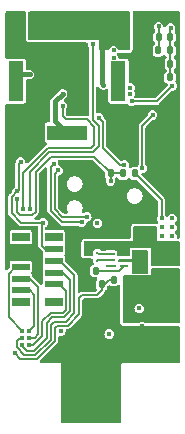
<source format=gbr>
%TF.GenerationSoftware,KiCad,Pcbnew,(6.0.11-0)*%
%TF.CreationDate,2023-03-16T18:41:31-05:00*%
%TF.ProjectId,STEP,53544550-2e6b-4696-9361-645f70636258,rev?*%
%TF.SameCoordinates,Original*%
%TF.FileFunction,Copper,L4,Bot*%
%TF.FilePolarity,Positive*%
%FSLAX46Y46*%
G04 Gerber Fmt 4.6, Leading zero omitted, Abs format (unit mm)*
G04 Created by KiCad (PCBNEW (6.0.11-0)) date 2023-03-16 18:41:31*
%MOMM*%
%LPD*%
G01*
G04 APERTURE LIST*
G04 Aperture macros list*
%AMRoundRect*
0 Rectangle with rounded corners*
0 $1 Rounding radius*
0 $2 $3 $4 $5 $6 $7 $8 $9 X,Y pos of 4 corners*
0 Add a 4 corners polygon primitive as box body*
4,1,4,$2,$3,$4,$5,$6,$7,$8,$9,$2,$3,0*
0 Add four circle primitives for the rounded corners*
1,1,$1+$1,$2,$3*
1,1,$1+$1,$4,$5*
1,1,$1+$1,$6,$7*
1,1,$1+$1,$8,$9*
0 Add four rect primitives between the rounded corners*
20,1,$1+$1,$2,$3,$4,$5,0*
20,1,$1+$1,$4,$5,$6,$7,0*
20,1,$1+$1,$6,$7,$8,$9,0*
20,1,$1+$1,$8,$9,$2,$3,0*%
G04 Aperture macros list end*
%TA.AperFunction,SMDPad,CuDef*%
%ADD10R,1.500000X0.800000*%
%TD*%
%TA.AperFunction,SMDPad,CuDef*%
%ADD11R,1.500000X0.600000*%
%TD*%
%TA.AperFunction,SMDPad,CuDef*%
%ADD12R,1.300000X3.400000*%
%TD*%
%TA.AperFunction,SMDPad,CuDef*%
%ADD13R,3.400000X1.300000*%
%TD*%
%TA.AperFunction,SMDPad,CuDef*%
%ADD14R,0.750000X0.280000*%
%TD*%
%TA.AperFunction,SMDPad,CuDef*%
%ADD15R,0.850000X0.280000*%
%TD*%
%TA.AperFunction,SMDPad,CuDef*%
%ADD16R,1.500000X1.500000*%
%TD*%
%TA.AperFunction,SMDPad,CuDef*%
%ADD17RoundRect,0.135000X-0.135000X-0.185000X0.135000X-0.185000X0.135000X0.185000X-0.135000X0.185000X0*%
%TD*%
%TA.AperFunction,SMDPad,CuDef*%
%ADD18RoundRect,0.135000X0.135000X0.185000X-0.135000X0.185000X-0.135000X-0.185000X0.135000X-0.185000X0*%
%TD*%
%TA.AperFunction,SMDPad,CuDef*%
%ADD19RoundRect,0.135000X-0.185000X0.135000X-0.185000X-0.135000X0.185000X-0.135000X0.185000X0.135000X0*%
%TD*%
%TA.AperFunction,SMDPad,CuDef*%
%ADD20C,0.330000*%
%TD*%
%TA.AperFunction,SMDPad,CuDef*%
%ADD21RoundRect,0.140000X0.140000X0.170000X-0.140000X0.170000X-0.140000X-0.170000X0.140000X-0.170000X0*%
%TD*%
%TA.AperFunction,SMDPad,CuDef*%
%ADD22RoundRect,0.140000X-0.140000X-0.170000X0.140000X-0.170000X0.140000X0.170000X-0.140000X0.170000X0*%
%TD*%
%TA.AperFunction,SMDPad,CuDef*%
%ADD23RoundRect,0.140000X0.170000X-0.140000X0.170000X0.140000X-0.170000X0.140000X-0.170000X-0.140000X0*%
%TD*%
%TA.AperFunction,ViaPad*%
%ADD24C,0.400000*%
%TD*%
%TA.AperFunction,Conductor*%
%ADD25C,0.150000*%
%TD*%
%TA.AperFunction,Conductor*%
%ADD26C,0.400000*%
%TD*%
G04 APERTURE END LIST*
D10*
%TO.P,J1,S4*%
%TO.N,N/C*%
X92215500Y-119483000D03*
%TO.P,J1,S3*%
X95015500Y-119483000D03*
%TO.P,J1,S2*%
X95015500Y-113983000D03*
%TO.P,J1,S1*%
X92215500Y-113983000D03*
D11*
%TO.P,J1,8,8*%
%TO.N,/ADC_IN_3*%
X92215500Y-118483000D03*
%TO.P,J1,7,7*%
%TO.N,/DIO_1*%
X95015500Y-117983000D03*
%TO.P,J1,6,6*%
%TO.N,/DIO_0*%
X92215500Y-117483000D03*
%TO.P,J1,5,5*%
%TO.N,/ADC_IN_1*%
X95015500Y-116983000D03*
%TO.P,J1,4,4*%
%TO.N,/ADC_IN_2*%
X92215500Y-116483000D03*
%TO.P,J1,3,3*%
%TO.N,/ADC_IN_0*%
X95015500Y-115983000D03*
%TO.P,J1,2,2*%
%TO.N,GND*%
X92215500Y-115483000D03*
%TO.P,J1,1,1*%
%TO.N,+1V8*%
X95015500Y-114983000D03*
%TD*%
D12*
%TO.P,U8,1*%
%TO.N,+BATT*%
X100489000Y-100769500D03*
%TO.P,U8,2*%
%TO.N,/BATT_BUZZER_DRAIN*%
X91789000Y-100769500D03*
%TD*%
D13*
%TO.P,U6,2*%
%TO.N,/AUX_BUZZER_DRAIN*%
X96139000Y-105119500D03*
%TO.P,U6,1*%
%TO.N,VAUX*%
X96139000Y-96419500D03*
%TD*%
D14*
%TO.P,U2,6,V-*%
%TO.N,/V_SENSE-*%
X100965000Y-116443000D03*
%TO.P,U2,5,BAT*%
%TO.N,/BATT_FILT*%
X100965000Y-115943000D03*
%TO.P,U2,4,VSS*%
%TO.N,/CELL-*%
X100965000Y-115443000D03*
%TO.P,U2,3,Dout*%
%TO.N,/D_GATE*%
X99815000Y-115443000D03*
%TO.P,U2,2,Cout*%
%TO.N,/C_GATE*%
X99815000Y-115943000D03*
D15*
%TO.P,U2,1,NC*%
%TO.N,unconnected-(U2-Pad1)*%
X99865000Y-116443000D03*
%TD*%
D16*
%TO.P,TP2,1*%
%TO.N,+BATT*%
X104394000Y-117731000D03*
%TD*%
%TO.P,TP1,1*%
%TO.N,/CELL-*%
X104394000Y-115318000D03*
%TD*%
D17*
%TO.P,R18,1*%
%TO.N,GND*%
X103856000Y-99314000D03*
%TO.P,R18,2*%
%TO.N,/VFB_AUX*%
X104876000Y-99314000D03*
%TD*%
D18*
%TO.P,R17,1*%
%TO.N,/VFB_AUX*%
X104876000Y-98171000D03*
%TO.P,R17,2*%
%TO.N,VAUX*%
X103856000Y-98171000D03*
%TD*%
D17*
%TO.P,R8,1*%
%TO.N,/NRST*%
X100862000Y-108585000D03*
%TO.P,R8,2*%
%TO.N,+1V8*%
X101882000Y-108585000D03*
%TD*%
D18*
%TO.P,R4,2*%
%TO.N,GND*%
X98042000Y-117983000D03*
%TO.P,R4,1*%
%TO.N,/BATT_LVL*%
X99062000Y-117983000D03*
%TD*%
%TO.P,R3,2*%
%TO.N,/BATT_LVL*%
X100074000Y-117602000D03*
%TO.P,R3,1*%
%TO.N,+BATT*%
X101094000Y-117602000D03*
%TD*%
D17*
%TO.P,R2,2*%
%TO.N,/V_SENSE-*%
X98554000Y-116840000D03*
%TO.P,R2,1*%
%TO.N,GND*%
X97534000Y-116840000D03*
%TD*%
D19*
%TO.P,R1,2*%
%TO.N,+BATT*%
X102235000Y-117604000D03*
%TO.P,R1,1*%
%TO.N,/BATT_FILT*%
X102235000Y-116584000D03*
%TD*%
D20*
%TO.P,Q1,3,G*%
%TO.N,/C_GATE*%
X98690500Y-115962500D03*
%TO.P,Q1,2,S*%
%TO.N,GND*%
X98040500Y-115962500D03*
%TO.P,Q1,4,G*%
%TO.N,/D_GATE*%
X98690500Y-115312500D03*
%TO.P,Q1,1,S*%
%TO.N,/CELL-*%
X98040500Y-115312500D03*
%TD*%
D21*
%TO.P,C17,1*%
%TO.N,/VFB_AUX*%
X104846000Y-100457000D03*
%TO.P,C17,2*%
%TO.N,GND*%
X103886000Y-100457000D03*
%TD*%
D22*
%TO.P,C16,1*%
%TO.N,VAUX*%
X103914000Y-97028000D03*
%TO.P,C16,2*%
%TO.N,/VFB_AUX*%
X104874000Y-97028000D03*
%TD*%
D21*
%TO.P,C7,1*%
%TO.N,/NRST*%
X99822000Y-108585000D03*
%TO.P,C7,2*%
%TO.N,GND*%
X98862000Y-108585000D03*
%TD*%
D23*
%TO.P,C2,2*%
%TO.N,/CELL-*%
X102235000Y-114610000D03*
%TO.P,C2,1*%
%TO.N,/BATT_FILT*%
X102235000Y-115570000D03*
%TD*%
D24*
%TO.N,+1V8*%
X99695000Y-122174000D03*
%TO.N,GND*%
X105156000Y-124079000D03*
%TO.N,VAUX*%
X103886000Y-96139000D03*
%TO.N,+BATT*%
X105029000Y-120650000D03*
X104267000Y-120650000D03*
X105410000Y-120015000D03*
X104648000Y-120015000D03*
X103886000Y-120015000D03*
X103124000Y-120015000D03*
X100076000Y-101981000D03*
X100076000Y-101346000D03*
X100076000Y-100711000D03*
X100076000Y-100076000D03*
X100076000Y-99441000D03*
X100076000Y-98171000D03*
X100076000Y-98806000D03*
X101473000Y-101854000D03*
X101473000Y-101346000D03*
%TO.N,GND*%
X102235000Y-120015000D03*
X101092000Y-112268000D03*
%TO.N,+1V8*%
X105029000Y-113919000D03*
X104140000Y-113919000D03*
X105029000Y-113157000D03*
X104140000Y-113157000D03*
X105029000Y-112395000D03*
X104140000Y-112395000D03*
X92202000Y-107602500D03*
%TO.N,GND*%
X97282000Y-117602000D03*
X97282000Y-118237000D03*
X96266000Y-115951000D03*
X96266000Y-115316000D03*
X96901000Y-115316000D03*
X96901000Y-115951000D03*
X97917000Y-120015000D03*
X98679000Y-120015000D03*
X98298000Y-119507000D03*
X99060000Y-119507000D03*
X98806000Y-122555000D03*
X98806000Y-123190000D03*
X98806000Y-123825000D03*
X100457000Y-125857000D03*
X99822000Y-125476000D03*
X99314000Y-124968000D03*
X98933000Y-124460000D03*
X100965000Y-124333000D03*
X100965000Y-123698000D03*
X100965000Y-123063000D03*
X100838000Y-122428000D03*
X100330000Y-122047000D03*
X96012000Y-125476000D03*
X96647000Y-125095000D03*
X96774000Y-124460000D03*
X96774000Y-123825000D03*
X96774000Y-123190000D03*
X96774000Y-122555000D03*
X91821000Y-98425000D03*
X91821000Y-97409000D03*
X91821000Y-96393000D03*
X91821000Y-95377000D03*
X92932250Y-98425000D03*
X94043500Y-98425000D03*
X95154750Y-98425000D03*
X96266000Y-98425000D03*
X92964000Y-100965000D03*
X94075250Y-100965000D03*
X95186500Y-100965000D03*
X96297750Y-100965000D03*
X97409000Y-100965000D03*
X98806000Y-103124000D03*
%TO.N,/AUX_BUZZER_DRAIN*%
X95758000Y-101854000D03*
%TO.N,VAUX*%
X99187000Y-101092000D03*
%TO.N,/BATT_BUZZER_DRAIN*%
X92964000Y-100203000D03*
%TO.N,VAUX*%
X93599000Y-96520000D03*
X99060000Y-96520000D03*
X99060000Y-95377000D03*
X97790000Y-95377000D03*
X96520000Y-95377000D03*
X95123000Y-95377000D03*
X93599000Y-95377000D03*
%TO.N,GND*%
X105283000Y-95377000D03*
X104013000Y-95377000D03*
X105424350Y-97548248D03*
X105426438Y-98792693D03*
X105410000Y-99949000D03*
X98298000Y-108204000D03*
%TO.N,/VFB_AUX*%
X104902000Y-96266000D03*
%TO.N,GND*%
X105410000Y-102362000D03*
%TO.N,/VEN_AUX*%
X105056349Y-101161894D03*
X101600000Y-102489000D03*
%TO.N,/VFB_1V8*%
X103378000Y-103632000D03*
X102481738Y-108135975D03*
%TO.N,/VEN_1V8*%
X98817510Y-103874490D03*
X100965000Y-107865500D03*
%TO.N,GND*%
X102235000Y-112268000D03*
X91104500Y-110109000D03*
%TO.N,/SCK*%
X97802477Y-112255523D03*
%TO.N,/NRST*%
X99822000Y-109220000D03*
%TO.N,/VAUX_BUZZER_LSD*%
X95758000Y-102870000D03*
%TO.N,/VBATT_BUZZER_LSD*%
X98298000Y-97663000D03*
%TO.N,GND*%
X94361000Y-102997000D03*
X93853000Y-102997000D03*
%TO.N,/BATT_LVL*%
X91693098Y-123825902D03*
%TO.N,/ADC_IN_1*%
X92329000Y-123119006D03*
%TO.N,/ADC_IN_0*%
X92329000Y-122519503D03*
%TO.N,/ADC_IN_2*%
X92329000Y-121920000D03*
%TO.N,+1V8*%
X91873754Y-110109000D03*
%TO.N,/NRST*%
X91910506Y-110744000D03*
%TO.N,/VAUX_BUZZER_LSD*%
X92385006Y-111633000D03*
%TO.N,/VBATT_BUZZER_LSD*%
X92997500Y-111633000D03*
%TO.N,/DIO_1*%
X92928502Y-123118890D03*
%TO.N,/DIO_0*%
X92936798Y-122519445D03*
%TO.N,/ADC_IN_3*%
X92928503Y-121920000D03*
%TO.N,+1V8*%
X95608204Y-121951500D03*
X98697023Y-112794023D03*
%TO.N,/CS*%
X97363523Y-112730523D03*
%TO.N,/SCK*%
X95377000Y-108331000D03*
%TO.N,/CS*%
X94996000Y-107823000D03*
%TO.N,+1V8*%
X94107000Y-112776000D03*
%TO.N,GND*%
X102489000Y-121539000D03*
%TD*%
D25*
%TO.N,/BATT_LVL*%
X91694902Y-123825902D02*
X92162890Y-124293890D01*
X95312000Y-121477000D02*
X96174948Y-121477000D01*
X95123000Y-122769922D02*
X95123000Y-121666000D01*
X92162890Y-124293890D02*
X93599033Y-124293890D01*
X96174948Y-121477000D02*
X97155000Y-120496948D01*
X91693098Y-123825902D02*
X91694902Y-123825902D01*
X93599033Y-124293890D02*
X95123000Y-122769922D01*
X97155000Y-120496948D02*
X97155000Y-119126000D01*
X95123000Y-121666000D02*
X95312000Y-121477000D01*
X97155000Y-119126000D02*
X97409000Y-118872000D01*
X97409000Y-118872000D02*
X98679000Y-118872000D01*
X98679000Y-118872000D02*
X99062000Y-118489000D01*
X99062000Y-118489000D02*
X99062000Y-117983000D01*
%TO.N,/VBATT_BUZZER_LSD*%
X92997500Y-111633000D02*
X92964000Y-111599500D01*
X92964000Y-108444974D02*
X94601974Y-106807000D01*
X98298000Y-106807000D02*
X98806000Y-106299000D01*
X92964000Y-111599500D02*
X92964000Y-108444974D01*
X98806000Y-104534026D02*
X98298000Y-104026026D01*
X94601974Y-106807000D02*
X98298000Y-106807000D01*
X98806000Y-106299000D02*
X98806000Y-104534026D01*
X98298000Y-104026026D02*
X98298000Y-97663000D01*
D26*
%TO.N,/AUX_BUZZER_DRAIN*%
X96139000Y-105119500D02*
X95123000Y-104103500D01*
X95123000Y-102489000D02*
X95758000Y-101854000D01*
X95123000Y-104103500D02*
X95123000Y-102489000D01*
D25*
%TO.N,VAUX*%
X103914000Y-97028000D02*
X103914000Y-96167000D01*
X103914000Y-96167000D02*
X103886000Y-96139000D01*
%TO.N,/VEN_1V8*%
X98817510Y-103874490D02*
X99187000Y-104243980D01*
X99187000Y-104243980D02*
X99187000Y-106426000D01*
X99187000Y-106426000D02*
X100626500Y-107865500D01*
X100626500Y-107865500D02*
X100965000Y-107865500D01*
%TO.N,/VAUX_BUZZER_LSD*%
X95758000Y-103759000D02*
X96012000Y-104013000D01*
X96012000Y-104013000D02*
X97790000Y-104013000D01*
X98456000Y-104679000D02*
X98456000Y-106154026D01*
X95758000Y-102870000D02*
X95758000Y-103759000D01*
X97790000Y-104013000D02*
X98456000Y-104679000D01*
X98456000Y-106154026D02*
X98177513Y-106432513D01*
X98177513Y-106432513D02*
X94481487Y-106432513D01*
X94481487Y-106432513D02*
X92385006Y-108528994D01*
X92385006Y-108528994D02*
X92385006Y-111633000D01*
%TO.N,+1V8*%
X104140000Y-110843000D02*
X104140000Y-112395000D01*
X101882000Y-108585000D02*
X104140000Y-110843000D01*
X92256751Y-112776000D02*
X94107000Y-112776000D01*
X91435506Y-110547248D02*
X91435506Y-111954755D01*
X91873754Y-110109000D02*
X91908006Y-110109000D01*
X91908006Y-110109000D02*
X92035006Y-109982000D01*
X92035006Y-109982000D02*
X92035006Y-107769494D01*
X91873754Y-110109000D02*
X91435506Y-110547248D01*
X92035006Y-107769494D02*
X92202000Y-107602500D01*
X91435506Y-111954755D02*
X92256751Y-112776000D01*
D26*
%TO.N,/BATT_BUZZER_DRAIN*%
X92964000Y-100203000D02*
X92355500Y-100203000D01*
X92355500Y-100203000D02*
X91789000Y-100769500D01*
%TO.N,VAUX*%
X99187000Y-101092000D02*
X99060000Y-100965000D01*
X99060000Y-100965000D02*
X99060000Y-96520000D01*
D25*
%TO.N,GND*%
X98679000Y-108585000D02*
X98298000Y-108204000D01*
X98862000Y-108585000D02*
X98679000Y-108585000D01*
%TO.N,/VFB_AUX*%
X104874000Y-96294000D02*
X104874000Y-97028000D01*
X104902000Y-96266000D02*
X104874000Y-96294000D01*
%TO.N,VAUX*%
X103914000Y-97028000D02*
X103914000Y-98113000D01*
X103914000Y-98113000D02*
X103856000Y-98171000D01*
%TO.N,/VFB_AUX*%
X104876000Y-98171000D02*
X104876000Y-100427000D01*
X104876000Y-100427000D02*
X104846000Y-100457000D01*
X104874000Y-97028000D02*
X104874000Y-98169000D01*
X104874000Y-98169000D02*
X104876000Y-98171000D01*
%TO.N,/VEN_AUX*%
X101600000Y-102489000D02*
X103729243Y-102489000D01*
X103729243Y-102489000D02*
X105056349Y-101161894D01*
%TO.N,/VFB_1V8*%
X102481738Y-104528262D02*
X103378000Y-103632000D01*
X102481738Y-108135975D02*
X102481738Y-104528262D01*
%TO.N,GND*%
X91059000Y-115226500D02*
X91059000Y-110109000D01*
X91315500Y-115483000D02*
X91059000Y-115226500D01*
X92215500Y-115483000D02*
X91315500Y-115483000D01*
X91059000Y-110109000D02*
X91104500Y-110109000D01*
%TO.N,/NRST*%
X91910506Y-110744000D02*
X91910506Y-111830252D01*
X93194252Y-112108000D02*
X93472000Y-111830252D01*
X92188254Y-112108000D02*
X93194252Y-112108000D01*
X91910506Y-111830252D02*
X92188254Y-112108000D01*
X93472000Y-111830252D02*
X93472000Y-108458000D01*
X93472000Y-108458000D02*
X94773000Y-107157000D01*
X94773000Y-107157000D02*
X98394000Y-107157000D01*
X98394000Y-107157000D02*
X99822000Y-108585000D01*
%TO.N,/SCK*%
X97802477Y-112255523D02*
X95745523Y-112255523D01*
X95092000Y-111602000D02*
X95092000Y-108616000D01*
X95745523Y-112255523D02*
X95092000Y-111602000D01*
X95092000Y-108616000D02*
X95377000Y-108331000D01*
%TO.N,/CS*%
X97363523Y-112730523D02*
X95725549Y-112730523D01*
X95725549Y-112730523D02*
X94742000Y-111746974D01*
X94742000Y-111746974D02*
X94742000Y-108077000D01*
X94742000Y-108077000D02*
X94996000Y-107823000D01*
%TO.N,/NRST*%
X99822000Y-108585000D02*
X99822000Y-109220000D01*
X100862000Y-108585000D02*
X99822000Y-108585000D01*
%TO.N,+1V8*%
X94107000Y-112776000D02*
X93990500Y-112892500D01*
X93990500Y-112892500D02*
X93990500Y-114691500D01*
X93990500Y-114691500D02*
X94282000Y-114983000D01*
X94282000Y-114983000D02*
X95015500Y-114983000D01*
%TO.N,/D_GATE*%
X99815000Y-115443000D02*
X98821000Y-115443000D01*
X98821000Y-115443000D02*
X98690500Y-115312500D01*
%TO.N,/C_GATE*%
X99815000Y-115943000D02*
X98710000Y-115943000D01*
X98710000Y-115943000D02*
X98690500Y-115962500D01*
%TO.N,/V_SENSE-*%
X98554000Y-116840000D02*
X98572000Y-116858000D01*
X98572000Y-116858000D02*
X100550000Y-116858000D01*
X100550000Y-116858000D02*
X100965000Y-116443000D01*
%TO.N,/BATT_LVL*%
X99062000Y-117983000D02*
X99314000Y-117983000D01*
X99314000Y-117983000D02*
X99695000Y-117602000D01*
X99695000Y-117602000D02*
X100074000Y-117602000D01*
%TO.N,/ADC_IN_0*%
X96029974Y-121127000D02*
X96743000Y-120413974D01*
X95027000Y-121127000D02*
X96029974Y-121127000D01*
X92110497Y-122519503D02*
X91854000Y-122776000D01*
X92482132Y-123943890D02*
X93454058Y-123943890D01*
X92329000Y-122519503D02*
X92110497Y-122519503D01*
X91854000Y-122776000D02*
X91854000Y-123315758D01*
X91854000Y-123315758D02*
X92482132Y-123943890D01*
X94745000Y-122652948D02*
X94745000Y-121409000D01*
X94745000Y-121409000D02*
X95027000Y-121127000D01*
X93454058Y-123943890D02*
X94745000Y-122652948D01*
X96743000Y-120413974D02*
X96743000Y-117190000D01*
X96743000Y-117190000D02*
X95536000Y-115983000D01*
X95536000Y-115983000D02*
X95015500Y-115983000D01*
%TO.N,/ADC_IN_1*%
X94395000Y-122507974D02*
X94395000Y-121264026D01*
X92329000Y-123191140D02*
X92731750Y-123593890D01*
X92329000Y-123119006D02*
X92329000Y-123191140D01*
X96393000Y-117602000D02*
X95774000Y-116983000D01*
X95774000Y-116983000D02*
X95015500Y-116983000D01*
X92731750Y-123593890D02*
X93309084Y-123593890D01*
X93309084Y-123593890D02*
X94395000Y-122507974D01*
X94395000Y-121264026D02*
X94882026Y-120777000D01*
X94882026Y-120777000D02*
X95885000Y-120777000D01*
X95885000Y-120777000D02*
X96393000Y-120269000D01*
X96393000Y-120269000D02*
X96393000Y-117602000D01*
%TO.N,/DIO_1*%
X94045000Y-122363000D02*
X94045000Y-121119052D01*
X94045000Y-121119052D02*
X94768052Y-120396000D01*
X93289110Y-123118890D02*
X94045000Y-122363000D01*
X92928502Y-123118890D02*
X93289110Y-123118890D01*
X94768052Y-120396000D02*
X95758000Y-120396000D01*
X96040500Y-118558000D02*
X95465500Y-117983000D01*
X95758000Y-120396000D02*
X96040500Y-120113500D01*
X96040500Y-120113500D02*
X96040500Y-118558000D01*
X95465500Y-117983000D02*
X95015500Y-117983000D01*
%TO.N,/DIO_0*%
X92936798Y-122519445D02*
X93380555Y-122519445D01*
X93380555Y-122519445D02*
X93695000Y-122205000D01*
X93695000Y-122205000D02*
X93695000Y-118206000D01*
X93695000Y-118206000D02*
X92972000Y-117483000D01*
X92972000Y-117483000D02*
X92215500Y-117483000D01*
%TO.N,/ADC_IN_3*%
X92928503Y-121920000D02*
X93345000Y-121503503D01*
X93345000Y-121503503D02*
X93345000Y-118872000D01*
X93345000Y-118872000D02*
X92956000Y-118483000D01*
X92956000Y-118483000D02*
X92215500Y-118483000D01*
%TO.N,/ADC_IN_2*%
X92329000Y-121920000D02*
X91186000Y-120777000D01*
X91186000Y-120777000D02*
X91186000Y-117062500D01*
X91765500Y-116483000D02*
X92215500Y-116483000D01*
X91186000Y-117062500D02*
X91765500Y-116483000D01*
%TD*%
%TA.AperFunction,Conductor*%
%TO.N,VAUX*%
G36*
X101415121Y-94889002D02*
G01*
X101461614Y-94942658D01*
X101473000Y-94995000D01*
X101473000Y-98043670D01*
X101452998Y-98111791D01*
X101399342Y-98158284D01*
X101345677Y-98169663D01*
X100759401Y-98163508D01*
X100586310Y-98161691D01*
X100518403Y-98140975D01*
X100472476Y-98086834D01*
X100463328Y-98055892D01*
X100463197Y-98055489D01*
X100461646Y-98045696D01*
X100404050Y-97932658D01*
X100314342Y-97842950D01*
X100201304Y-97785354D01*
X100191515Y-97783804D01*
X100191513Y-97783803D01*
X100085793Y-97767059D01*
X100076000Y-97765508D01*
X100066207Y-97767059D01*
X99960487Y-97783803D01*
X99960485Y-97783804D01*
X99950696Y-97785354D01*
X99837658Y-97842950D01*
X99747950Y-97932658D01*
X99737131Y-97953892D01*
X99694855Y-98036861D01*
X99694854Y-98036865D01*
X99690354Y-98045696D01*
X99688803Y-98055487D01*
X99686066Y-98063912D01*
X99645992Y-98122517D01*
X99580595Y-98150154D01*
X99564917Y-98150968D01*
X98930677Y-98144309D01*
X98862770Y-98123593D01*
X98816843Y-98069452D01*
X98806000Y-98018316D01*
X98806000Y-97282000D01*
X98452540Y-97282000D01*
X98423348Y-97277377D01*
X98423304Y-97277354D01*
X98298000Y-97257508D01*
X98172696Y-97277354D01*
X98172652Y-97277377D01*
X98143460Y-97282000D01*
X92963000Y-97282000D01*
X92894879Y-97261998D01*
X92848386Y-97208342D01*
X92837000Y-97156000D01*
X92837000Y-94995000D01*
X92857002Y-94926879D01*
X92910658Y-94880386D01*
X92963000Y-94869000D01*
X101347000Y-94869000D01*
X101415121Y-94889002D01*
G37*
%TD.AperFunction*%
%TD*%
%TA.AperFunction,Conductor*%
%TO.N,/BATT_FILT*%
G36*
X101953710Y-115073805D02*
G01*
X101975513Y-115083972D01*
X102025099Y-115090500D01*
X102234923Y-115090500D01*
X102444900Y-115090499D01*
X102494487Y-115083972D01*
X102516290Y-115073805D01*
X102569540Y-115062000D01*
X102871000Y-115062000D01*
X102939121Y-115082002D01*
X102985614Y-115135658D01*
X102997000Y-115188000D01*
X102997000Y-116968000D01*
X102976998Y-117036121D01*
X102923342Y-117082614D01*
X102871000Y-117094000D01*
X101726000Y-117094000D01*
X101657879Y-117073998D01*
X101611386Y-117020342D01*
X101600000Y-116968000D01*
X101600000Y-116078000D01*
X100583000Y-116078000D01*
X100514879Y-116057998D01*
X100468386Y-116004342D01*
X100457000Y-115952000D01*
X100457000Y-115950000D01*
X100477002Y-115881879D01*
X100530658Y-115835386D01*
X100583000Y-115824000D01*
X101600000Y-115824000D01*
X101600000Y-115188000D01*
X101620002Y-115119879D01*
X101673658Y-115073386D01*
X101726000Y-115062000D01*
X101900460Y-115062000D01*
X101953710Y-115073805D01*
G37*
%TD.AperFunction*%
%TD*%
%TA.AperFunction,Conductor*%
%TO.N,/CELL-*%
G36*
X103678180Y-113050002D02*
G01*
X103724673Y-113103658D01*
X103735253Y-113152295D01*
X103734508Y-113157000D01*
X103754354Y-113282304D01*
X103754377Y-113282348D01*
X103759000Y-113311540D01*
X103759000Y-113764460D01*
X103754377Y-113793652D01*
X103754354Y-113793696D01*
X103734508Y-113919000D01*
X103754354Y-114044304D01*
X103754377Y-114044348D01*
X103759000Y-114073540D01*
X103759000Y-114300000D01*
X103985460Y-114300000D01*
X104014652Y-114304623D01*
X104014696Y-114304646D01*
X104140000Y-114324492D01*
X104265304Y-114304646D01*
X104265348Y-114304623D01*
X104294540Y-114300000D01*
X104874460Y-114300000D01*
X104903652Y-114304623D01*
X104903696Y-114304646D01*
X105029000Y-114324492D01*
X105154304Y-114304646D01*
X105154348Y-114304623D01*
X105183540Y-114300000D01*
X105538000Y-114300000D01*
X105606121Y-114320002D01*
X105652614Y-114373658D01*
X105664000Y-114426000D01*
X105664000Y-116333000D01*
X105643998Y-116401121D01*
X105590342Y-116447614D01*
X105538000Y-116459000D01*
X103377000Y-116459000D01*
X103308879Y-116438998D01*
X103262386Y-116385342D01*
X103251000Y-116333000D01*
X103251000Y-114935000D01*
X101473000Y-114935000D01*
X101473000Y-115444000D01*
X101452998Y-115512121D01*
X101399342Y-115558614D01*
X101347000Y-115570000D01*
X100516500Y-115570000D01*
X100448379Y-115549998D01*
X100401886Y-115496342D01*
X100390500Y-115444000D01*
X100390500Y-115283252D01*
X100378867Y-115224769D01*
X100334552Y-115158448D01*
X100268231Y-115114133D01*
X100256062Y-115111712D01*
X100256061Y-115111712D01*
X100215816Y-115103707D01*
X100209748Y-115102500D01*
X99420252Y-115102500D01*
X99414184Y-115103707D01*
X99373939Y-115111712D01*
X99373938Y-115111712D01*
X99361769Y-115114133D01*
X99351453Y-115121026D01*
X99313681Y-115146265D01*
X99243678Y-115167500D01*
X99104042Y-115167500D01*
X99035921Y-115147498D01*
X99002300Y-115110332D01*
X99000215Y-115111847D01*
X98994382Y-115103819D01*
X98989882Y-115094987D01*
X98908013Y-115013118D01*
X98804854Y-114960556D01*
X98795064Y-114959005D01*
X98795063Y-114959005D01*
X98700293Y-114943995D01*
X98690500Y-114942444D01*
X98680707Y-114943995D01*
X98585937Y-114959005D01*
X98585936Y-114959005D01*
X98576146Y-114960556D01*
X98472987Y-115013118D01*
X98391118Y-115094987D01*
X98338556Y-115198146D01*
X98337005Y-115207936D01*
X98337005Y-115207937D01*
X98321995Y-115302707D01*
X98320444Y-115312500D01*
X98321995Y-115322292D01*
X98338150Y-115424289D01*
X98329051Y-115494700D01*
X98283329Y-115549014D01*
X98213701Y-115570000D01*
X97662000Y-115570000D01*
X97593879Y-115549998D01*
X97547386Y-115496342D01*
X97536000Y-115444000D01*
X97536000Y-114426000D01*
X97556002Y-114357879D01*
X97609658Y-114311386D01*
X97662000Y-114300000D01*
X101727000Y-114300000D01*
X101727000Y-113156000D01*
X101747002Y-113087879D01*
X101800658Y-113041386D01*
X101853000Y-113030000D01*
X103610059Y-113030000D01*
X103678180Y-113050002D01*
G37*
%TD.AperFunction*%
%TD*%
%TA.AperFunction,Conductor*%
%TO.N,+BATT*%
G36*
X105606121Y-116606002D02*
G01*
X105652614Y-116659658D01*
X105664000Y-116712000D01*
X105664000Y-121159000D01*
X105643998Y-121227121D01*
X105590342Y-121273614D01*
X105538000Y-121285000D01*
X102853582Y-121285000D01*
X102785461Y-121264998D01*
X102764487Y-121248095D01*
X102727342Y-121210950D01*
X102614304Y-121153354D01*
X102604515Y-121151804D01*
X102604513Y-121151803D01*
X102498793Y-121135059D01*
X102489000Y-121133508D01*
X102479207Y-121135059D01*
X102373487Y-121151803D01*
X102373485Y-121151804D01*
X102363696Y-121153354D01*
X102250658Y-121210950D01*
X102213513Y-121248095D01*
X102151201Y-121282121D01*
X102124418Y-121285000D01*
X100964000Y-121285000D01*
X100895879Y-121264998D01*
X100849386Y-121211342D01*
X100838000Y-121159000D01*
X100838000Y-120015000D01*
X101829508Y-120015000D01*
X101849354Y-120140304D01*
X101906950Y-120253342D01*
X101996658Y-120343050D01*
X102109696Y-120400646D01*
X102119485Y-120402196D01*
X102119487Y-120402197D01*
X102225207Y-120418941D01*
X102235000Y-120420492D01*
X102244793Y-120418941D01*
X102350513Y-120402197D01*
X102350515Y-120402196D01*
X102360304Y-120400646D01*
X102473342Y-120343050D01*
X102563050Y-120253342D01*
X102620646Y-120140304D01*
X102640492Y-120015000D01*
X102620646Y-119889696D01*
X102563050Y-119776658D01*
X102473342Y-119686950D01*
X102360304Y-119629354D01*
X102350515Y-119627804D01*
X102350513Y-119627803D01*
X102244793Y-119611059D01*
X102235000Y-119609508D01*
X102225207Y-119611059D01*
X102119487Y-119627803D01*
X102119485Y-119627804D01*
X102109696Y-119629354D01*
X101996658Y-119686950D01*
X101906950Y-119776658D01*
X101849354Y-119889696D01*
X101829508Y-120015000D01*
X100838000Y-120015000D01*
X100838000Y-117347000D01*
X100858002Y-117278879D01*
X100911658Y-117232386D01*
X100964000Y-117221000D01*
X103251000Y-117221000D01*
X103251000Y-116712000D01*
X103271002Y-116643879D01*
X103324658Y-116597386D01*
X103377000Y-116586000D01*
X105538000Y-116586000D01*
X105606121Y-116606002D01*
G37*
%TD.AperFunction*%
%TD*%
%TA.AperFunction,Conductor*%
%TO.N,GND*%
G36*
X100550532Y-118024103D02*
G01*
X100607368Y-118066650D01*
X100632179Y-118133170D01*
X100632500Y-118142159D01*
X100632500Y-121159000D01*
X100632860Y-121162346D01*
X100632860Y-121162351D01*
X100635866Y-121190306D01*
X100637196Y-121202681D01*
X100648582Y-121255023D01*
X100651070Y-121265203D01*
X100694079Y-121345916D01*
X100740572Y-121399572D01*
X100758165Y-121417527D01*
X100837983Y-121462174D01*
X100871209Y-121471930D01*
X100901781Y-121480907D01*
X100901785Y-121480908D01*
X100906104Y-121482176D01*
X100910552Y-121482816D01*
X100910559Y-121482817D01*
X100959552Y-121489861D01*
X100959559Y-121489862D01*
X100964000Y-121490500D01*
X102124418Y-121490500D01*
X102136342Y-121489861D01*
X102144688Y-121489414D01*
X102144698Y-121489413D01*
X102146381Y-121489323D01*
X102173164Y-121486444D01*
X102249689Y-121462483D01*
X102255121Y-121459517D01*
X102255123Y-121459516D01*
X102308050Y-121430615D01*
X102308055Y-121430612D01*
X102312001Y-121428457D01*
X102339191Y-121408102D01*
X102355218Y-121396104D01*
X102355220Y-121396102D01*
X102358823Y-121393405D01*
X102362011Y-121390217D01*
X102365400Y-121387280D01*
X102366114Y-121388103D01*
X102390731Y-121370217D01*
X102410210Y-121360292D01*
X102447702Y-121348110D01*
X102469293Y-121344691D01*
X102508707Y-121344691D01*
X102530298Y-121348110D01*
X102567790Y-121360292D01*
X102587269Y-121370217D01*
X102616440Y-121391412D01*
X102616772Y-121391062D01*
X102617963Y-121392191D01*
X102619177Y-121393405D01*
X102635537Y-121408102D01*
X102636837Y-121409150D01*
X102636855Y-121409165D01*
X102647232Y-121417527D01*
X102656511Y-121425005D01*
X102727565Y-121462174D01*
X102749541Y-121468627D01*
X102791363Y-121480907D01*
X102791367Y-121480908D01*
X102795686Y-121482176D01*
X102800134Y-121482816D01*
X102800141Y-121482817D01*
X102849134Y-121489861D01*
X102849141Y-121489862D01*
X102853582Y-121490500D01*
X105538000Y-121490500D01*
X105541346Y-121490140D01*
X105541351Y-121490140D01*
X105565032Y-121487594D01*
X105634901Y-121500200D01*
X105686862Y-121548579D01*
X105704500Y-121612872D01*
X105704500Y-124514220D01*
X105684498Y-124582341D01*
X105630842Y-124628834D01*
X105577791Y-124640218D01*
X100877230Y-124613720D01*
X100874292Y-124613183D01*
X100874278Y-124613657D01*
X100870729Y-124613555D01*
X100870654Y-124613500D01*
X100838616Y-124613500D01*
X100837906Y-124613498D01*
X100837969Y-124613498D01*
X100822650Y-124613412D01*
X100822374Y-124613500D01*
X100805346Y-124613500D01*
X100792040Y-124623167D01*
X100776371Y-124628161D01*
X100766285Y-124641880D01*
X100752510Y-124651888D01*
X100747428Y-124667529D01*
X100737686Y-124680780D01*
X100737590Y-124697806D01*
X100737500Y-124698083D01*
X100737500Y-124713433D01*
X100737498Y-124714143D01*
X100737318Y-124746087D01*
X100732496Y-124746060D01*
X100732495Y-124746340D01*
X100737500Y-124746340D01*
X100737500Y-129567500D01*
X100717498Y-129635621D01*
X100663842Y-129682114D01*
X100611500Y-129693500D01*
X95730500Y-129693500D01*
X95662379Y-129673498D01*
X95615886Y-129619842D01*
X95604500Y-129567500D01*
X95604500Y-124746323D01*
X95608226Y-124746323D01*
X95608185Y-124746035D01*
X95604692Y-124746056D01*
X95604502Y-124714158D01*
X95604500Y-124713407D01*
X95604500Y-124698083D01*
X95604405Y-124697789D01*
X95604303Y-124680748D01*
X95594568Y-124667515D01*
X95589490Y-124651888D01*
X95575701Y-124641869D01*
X95565601Y-124628141D01*
X95549946Y-124623157D01*
X95536654Y-124613500D01*
X95519609Y-124613500D01*
X95519317Y-124613407D01*
X95517596Y-124613417D01*
X95504046Y-124613498D01*
X95503295Y-124613500D01*
X95471346Y-124613500D01*
X95471346Y-124608745D01*
X95471049Y-124608753D01*
X95471078Y-124613694D01*
X93964807Y-124622670D01*
X93896569Y-124603074D01*
X93849757Y-124549696D01*
X93839235Y-124479484D01*
X93868343Y-124414728D01*
X93874962Y-124407577D01*
X95289844Y-122992694D01*
X95308936Y-122977024D01*
X95311311Y-122975437D01*
X95321624Y-122968546D01*
X95338515Y-122943268D01*
X95382516Y-122877416D01*
X95403897Y-122769922D01*
X95400921Y-122754960D01*
X95398500Y-122730380D01*
X95398500Y-122471306D01*
X95418502Y-122403185D01*
X95472158Y-122356692D01*
X95544210Y-122346857D01*
X95598410Y-122355441D01*
X95598411Y-122355441D01*
X95608204Y-122356992D01*
X95617997Y-122355441D01*
X95723717Y-122338697D01*
X95723719Y-122338696D01*
X95733508Y-122337146D01*
X95846546Y-122279550D01*
X95936254Y-122189842D01*
X95944326Y-122174000D01*
X99289508Y-122174000D01*
X99291059Y-122183793D01*
X99297407Y-122223870D01*
X99309354Y-122299304D01*
X99366950Y-122412342D01*
X99456658Y-122502050D01*
X99569696Y-122559646D01*
X99579485Y-122561196D01*
X99579487Y-122561197D01*
X99685207Y-122577941D01*
X99695000Y-122579492D01*
X99704793Y-122577941D01*
X99810513Y-122561197D01*
X99810515Y-122561196D01*
X99820304Y-122559646D01*
X99933342Y-122502050D01*
X100023050Y-122412342D01*
X100080646Y-122299304D01*
X100092594Y-122223870D01*
X100098941Y-122183793D01*
X100100492Y-122174000D01*
X100098012Y-122158342D01*
X100082197Y-122058487D01*
X100082196Y-122058485D01*
X100080646Y-122048696D01*
X100023050Y-121935658D01*
X99933342Y-121845950D01*
X99820304Y-121788354D01*
X99810515Y-121786804D01*
X99810513Y-121786803D01*
X99704793Y-121770059D01*
X99695000Y-121768508D01*
X99685207Y-121770059D01*
X99579487Y-121786803D01*
X99579485Y-121786804D01*
X99569696Y-121788354D01*
X99456658Y-121845950D01*
X99366950Y-121935658D01*
X99309354Y-122048696D01*
X99307804Y-122058485D01*
X99307803Y-122058487D01*
X99291988Y-122158342D01*
X99289508Y-122174000D01*
X95944326Y-122174000D01*
X95993850Y-122076804D01*
X96013696Y-121951500D01*
X96011187Y-121935658D01*
X96005256Y-121898210D01*
X96014356Y-121827799D01*
X96060078Y-121773485D01*
X96129705Y-121752500D01*
X96135405Y-121752500D01*
X96159987Y-121754921D01*
X96174948Y-121757897D01*
X96202080Y-121752500D01*
X96202081Y-121752500D01*
X96282443Y-121736515D01*
X96292760Y-121729621D01*
X96292763Y-121729620D01*
X96333907Y-121702128D01*
X96350569Y-121690995D01*
X96350571Y-121690993D01*
X96363259Y-121682515D01*
X96373572Y-121675624D01*
X96382052Y-121662934D01*
X96397719Y-121643845D01*
X97321844Y-120719720D01*
X97340936Y-120704050D01*
X97343307Y-120702466D01*
X97343308Y-120702465D01*
X97353624Y-120695572D01*
X97380390Y-120655515D01*
X97386471Y-120646413D01*
X97414515Y-120604443D01*
X97417619Y-120588841D01*
X97430500Y-120524081D01*
X97433476Y-120509120D01*
X97433476Y-120509119D01*
X97435897Y-120496948D01*
X97432921Y-120481987D01*
X97430500Y-120457405D01*
X97430500Y-119292306D01*
X97450502Y-119224185D01*
X97467405Y-119203211D01*
X97486211Y-119184405D01*
X97548523Y-119150379D01*
X97575306Y-119147500D01*
X98639457Y-119147500D01*
X98664039Y-119149921D01*
X98679000Y-119152897D01*
X98706132Y-119147500D01*
X98706133Y-119147500D01*
X98786495Y-119131515D01*
X98835356Y-119098867D01*
X98854622Y-119085994D01*
X98854623Y-119085993D01*
X98877624Y-119070624D01*
X98886104Y-119057934D01*
X98901771Y-119038845D01*
X99228844Y-118711772D01*
X99247936Y-118696102D01*
X99250311Y-118694515D01*
X99260624Y-118687624D01*
X99280415Y-118658006D01*
X99293471Y-118638465D01*
X99321515Y-118596495D01*
X99335248Y-118527454D01*
X99368156Y-118464545D01*
X99384060Y-118450956D01*
X99392404Y-118447065D01*
X99476065Y-118363404D01*
X99526068Y-118256173D01*
X99532500Y-118207316D01*
X99532500Y-118203194D01*
X99532770Y-118199075D01*
X99534588Y-118199194D01*
X99552502Y-118138186D01*
X99569406Y-118117210D01*
X99597842Y-118088775D01*
X99660155Y-118054751D01*
X99730971Y-118059817D01*
X99743450Y-118066377D01*
X99743596Y-118066065D01*
X99803254Y-118093884D01*
X99850827Y-118116068D01*
X99899684Y-118122500D01*
X100248316Y-118122500D01*
X100297173Y-118116068D01*
X100344747Y-118093884D01*
X100394411Y-118070725D01*
X100394412Y-118070725D01*
X100404404Y-118066065D01*
X100417405Y-118053064D01*
X100479717Y-118019038D01*
X100550532Y-118024103D01*
G37*
%TD.AperFunction*%
%TA.AperFunction,Conductor*%
G36*
X98295815Y-107452502D02*
G01*
X98316789Y-107469405D01*
X99304595Y-108457211D01*
X99338621Y-108519523D01*
X99341500Y-108546305D01*
X99341501Y-108688697D01*
X99341501Y-108794900D01*
X99348028Y-108844487D01*
X99352101Y-108853221D01*
X99352101Y-108853222D01*
X99386092Y-108926115D01*
X99398776Y-108953316D01*
X99408443Y-108962983D01*
X99410427Y-108966616D01*
X99412893Y-108970138D01*
X99412500Y-108970413D01*
X99442469Y-109025295D01*
X99439285Y-109088944D01*
X99436354Y-109094696D01*
X99434804Y-109104485D01*
X99434803Y-109104487D01*
X99426676Y-109155798D01*
X99416508Y-109220000D01*
X99418059Y-109229793D01*
X99432492Y-109320918D01*
X99436354Y-109345304D01*
X99493950Y-109458342D01*
X99583658Y-109548050D01*
X99696696Y-109605646D01*
X99706485Y-109607196D01*
X99706487Y-109607197D01*
X99812207Y-109623941D01*
X99822000Y-109625492D01*
X99831793Y-109623941D01*
X99937513Y-109607197D01*
X99937515Y-109607196D01*
X99947304Y-109605646D01*
X100060342Y-109548050D01*
X100150050Y-109458342D01*
X100207646Y-109345304D01*
X100211509Y-109320918D01*
X100225941Y-109229793D01*
X100227492Y-109220000D01*
X100217324Y-109155798D01*
X100209197Y-109104487D01*
X100209196Y-109104485D01*
X100207646Y-109094696D01*
X100204762Y-109089037D01*
X100202791Y-109020047D01*
X100231350Y-108970311D01*
X100231106Y-108970140D01*
X100233003Y-108967430D01*
X100235557Y-108962983D01*
X100245224Y-108953316D01*
X100245497Y-108953589D01*
X100294592Y-108914346D01*
X100365211Y-108907038D01*
X100428571Y-108939069D01*
X100443908Y-108956768D01*
X100447935Y-108965404D01*
X100531596Y-109049065D01*
X100638827Y-109099068D01*
X100687684Y-109105500D01*
X101036316Y-109105500D01*
X101085173Y-109099068D01*
X101192404Y-109049065D01*
X101276065Y-108965404D01*
X101276753Y-108966092D01*
X101324247Y-108928131D01*
X101394867Y-108920823D01*
X101458226Y-108952856D01*
X101466579Y-108962496D01*
X101467935Y-108965404D01*
X101551596Y-109049065D01*
X101658827Y-109099068D01*
X101707684Y-109105500D01*
X101960694Y-109105500D01*
X102028815Y-109125502D01*
X102049789Y-109142405D01*
X103827595Y-110920211D01*
X103861621Y-110982523D01*
X103864500Y-111009306D01*
X103864500Y-112051918D01*
X103844498Y-112120039D01*
X103827595Y-112141013D01*
X103811950Y-112156658D01*
X103754354Y-112269696D01*
X103734508Y-112395000D01*
X103736059Y-112404793D01*
X103752092Y-112506020D01*
X103754354Y-112520304D01*
X103776880Y-112564514D01*
X103803803Y-112617352D01*
X103811950Y-112633342D01*
X103818961Y-112640353D01*
X103820345Y-112642258D01*
X103844204Y-112709126D01*
X103828125Y-112778277D01*
X103777211Y-112827758D01*
X103707629Y-112841858D01*
X103682918Y-112837217D01*
X103667955Y-112832824D01*
X103663507Y-112832184D01*
X103663500Y-112832183D01*
X103614507Y-112825139D01*
X103614500Y-112825138D01*
X103610059Y-112824500D01*
X101853000Y-112824500D01*
X101849654Y-112824860D01*
X101849649Y-112824860D01*
X101812683Y-112828834D01*
X101812677Y-112828835D01*
X101809319Y-112829196D01*
X101756977Y-112840582D01*
X101756283Y-112840752D01*
X101756264Y-112840756D01*
X101755130Y-112841033D01*
X101746797Y-112843070D01*
X101666084Y-112886079D01*
X101660738Y-112890711D01*
X101660737Y-112890712D01*
X101627714Y-112919327D01*
X101612428Y-112932572D01*
X101594473Y-112950165D01*
X101549826Y-113029983D01*
X101529824Y-113098104D01*
X101529184Y-113102552D01*
X101529183Y-113102559D01*
X101522139Y-113151552D01*
X101522138Y-113151559D01*
X101521500Y-113156000D01*
X101521500Y-113968500D01*
X101501498Y-114036621D01*
X101447842Y-114083114D01*
X101395500Y-114094500D01*
X97662000Y-114094500D01*
X97658654Y-114094860D01*
X97658649Y-114094860D01*
X97621683Y-114098834D01*
X97621677Y-114098835D01*
X97618319Y-114099196D01*
X97565977Y-114110582D01*
X97565283Y-114110752D01*
X97565264Y-114110756D01*
X97564130Y-114111033D01*
X97555797Y-114113070D01*
X97475084Y-114156079D01*
X97421428Y-114202572D01*
X97403473Y-114220165D01*
X97358826Y-114299983D01*
X97338824Y-114368104D01*
X97338184Y-114372552D01*
X97338183Y-114372559D01*
X97331139Y-114421552D01*
X97331138Y-114421559D01*
X97330500Y-114426000D01*
X97330500Y-115444000D01*
X97330860Y-115447346D01*
X97330860Y-115447351D01*
X97334693Y-115483000D01*
X97335196Y-115487681D01*
X97335914Y-115490981D01*
X97335914Y-115490982D01*
X97338756Y-115504047D01*
X97346582Y-115540023D01*
X97349070Y-115550203D01*
X97392079Y-115630916D01*
X97438572Y-115684572D01*
X97456165Y-115702527D01*
X97535983Y-115747174D01*
X97569448Y-115757000D01*
X97599781Y-115765907D01*
X97599785Y-115765908D01*
X97604104Y-115767176D01*
X97608552Y-115767816D01*
X97608559Y-115767817D01*
X97657552Y-115774861D01*
X97657559Y-115774862D01*
X97662000Y-115775500D01*
X98202535Y-115775500D01*
X98270656Y-115795502D01*
X98317149Y-115849158D01*
X98326984Y-115921210D01*
X98320444Y-115962500D01*
X98321995Y-115972293D01*
X98331382Y-116031557D01*
X98338556Y-116076854D01*
X98380384Y-116158947D01*
X98393488Y-116228721D01*
X98366788Y-116294506D01*
X98321368Y-116330342D01*
X98233591Y-116371273D01*
X98233586Y-116371277D01*
X98223596Y-116375935D01*
X98139935Y-116459596D01*
X98089932Y-116566827D01*
X98083500Y-116615684D01*
X98083500Y-117064316D01*
X98089932Y-117113173D01*
X98139935Y-117220404D01*
X98223596Y-117304065D01*
X98233588Y-117308725D01*
X98233589Y-117308725D01*
X98320090Y-117349061D01*
X98330827Y-117354068D01*
X98379684Y-117360500D01*
X98585841Y-117360500D01*
X98653962Y-117380502D01*
X98700455Y-117434158D01*
X98710559Y-117504432D01*
X98681065Y-117569012D01*
X98674936Y-117575595D01*
X98647935Y-117602596D01*
X98597932Y-117709827D01*
X98591500Y-117758684D01*
X98591500Y-118207316D01*
X98597932Y-118256173D01*
X98647935Y-118363404D01*
X98651608Y-118367077D01*
X98673149Y-118430947D01*
X98655865Y-118499808D01*
X98636343Y-118525040D01*
X98601788Y-118559595D01*
X98539476Y-118593621D01*
X98512693Y-118596500D01*
X97448543Y-118596500D01*
X97423961Y-118594079D01*
X97421171Y-118593524D01*
X97409000Y-118591103D01*
X97301505Y-118612485D01*
X97291186Y-118619380D01*
X97233378Y-118658006D01*
X97233375Y-118658008D01*
X97214501Y-118670619D01*
X97146748Y-118691833D01*
X97078281Y-118673049D01*
X97030838Y-118620232D01*
X97018500Y-118565853D01*
X97018500Y-117229543D01*
X97020921Y-117204963D01*
X97021476Y-117202173D01*
X97021476Y-117202171D01*
X97023897Y-117190000D01*
X97018500Y-117162867D01*
X97002515Y-117082505D01*
X96971018Y-117035367D01*
X96956995Y-117014380D01*
X96960836Y-117011813D01*
X96960834Y-117011810D01*
X96956993Y-117014377D01*
X96948515Y-117001689D01*
X96941624Y-116991376D01*
X96928936Y-116982898D01*
X96909844Y-116967228D01*
X96002905Y-116060289D01*
X95968879Y-115997977D01*
X95966000Y-115971194D01*
X95966000Y-115663252D01*
X95954367Y-115604769D01*
X95947473Y-115594452D01*
X95947472Y-115594449D01*
X95919778Y-115553003D01*
X95898562Y-115485251D01*
X95919778Y-115412997D01*
X95947472Y-115371551D01*
X95947473Y-115371548D01*
X95954367Y-115361231D01*
X95966000Y-115302748D01*
X95966000Y-114663252D01*
X95954367Y-114604769D01*
X95947474Y-114594453D01*
X95942723Y-114582983D01*
X95946437Y-114581445D01*
X95931972Y-114535249D01*
X95946812Y-114484711D01*
X95942723Y-114483017D01*
X95947474Y-114471547D01*
X95954367Y-114461231D01*
X95966000Y-114402748D01*
X95966000Y-113563252D01*
X95954367Y-113504769D01*
X95910052Y-113438448D01*
X95843731Y-113394133D01*
X95831562Y-113391712D01*
X95831561Y-113391712D01*
X95791316Y-113383707D01*
X95785248Y-113382500D01*
X94392000Y-113382500D01*
X94323879Y-113362498D01*
X94277386Y-113308842D01*
X94266000Y-113256500D01*
X94266000Y-113221690D01*
X94286002Y-113153569D01*
X94328812Y-113114838D01*
X94328482Y-113114383D01*
X94332711Y-113111311D01*
X94334797Y-113109423D01*
X94334855Y-113109393D01*
X94345342Y-113104050D01*
X94435050Y-113014342D01*
X94492646Y-112901304D01*
X94495058Y-112886079D01*
X94510941Y-112785793D01*
X94512492Y-112776000D01*
X94495501Y-112668719D01*
X94494197Y-112660487D01*
X94494196Y-112660485D01*
X94492646Y-112650696D01*
X94435050Y-112537658D01*
X94345342Y-112447950D01*
X94232304Y-112390354D01*
X94222515Y-112388804D01*
X94222513Y-112388803D01*
X94116793Y-112372059D01*
X94107000Y-112370508D01*
X94097207Y-112372059D01*
X93991487Y-112388803D01*
X93991485Y-112388804D01*
X93981696Y-112390354D01*
X93868658Y-112447950D01*
X93853013Y-112463595D01*
X93790701Y-112497621D01*
X93763918Y-112500500D01*
X93499062Y-112500500D01*
X93430941Y-112480498D01*
X93384448Y-112426842D01*
X93374344Y-112356568D01*
X93394299Y-112304496D01*
X93401356Y-112293935D01*
X93417024Y-112274844D01*
X93638844Y-112053024D01*
X93657936Y-112037354D01*
X93660311Y-112035767D01*
X93670624Y-112028876D01*
X93683124Y-112010170D01*
X93689581Y-112000506D01*
X93711667Y-111967451D01*
X93711669Y-111967448D01*
X93715450Y-111961789D01*
X93731515Y-111937747D01*
X93735998Y-111915212D01*
X93747500Y-111857385D01*
X93750476Y-111842424D01*
X93750476Y-111842423D01*
X93752897Y-111830252D01*
X93749921Y-111815291D01*
X93747500Y-111790709D01*
X93747500Y-108624306D01*
X93767502Y-108556185D01*
X93784405Y-108535211D01*
X94251405Y-108068211D01*
X94313717Y-108034185D01*
X94384532Y-108039250D01*
X94441368Y-108081797D01*
X94466179Y-108148317D01*
X94466500Y-108157306D01*
X94466500Y-111707431D01*
X94464079Y-111732013D01*
X94461103Y-111746974D01*
X94466500Y-111774106D01*
X94466500Y-111774107D01*
X94482485Y-111854469D01*
X94543376Y-111945598D01*
X94553692Y-111952491D01*
X94553693Y-111952492D01*
X94556064Y-111954076D01*
X94575156Y-111969746D01*
X95502777Y-112897367D01*
X95518447Y-112916459D01*
X95526925Y-112929147D01*
X95549926Y-112944516D01*
X95549927Y-112944517D01*
X95618054Y-112990038D01*
X95725549Y-113011420D01*
X95740510Y-113008444D01*
X95765092Y-113006023D01*
X97020441Y-113006023D01*
X97088562Y-113026025D01*
X97109536Y-113042928D01*
X97125181Y-113058573D01*
X97238219Y-113116169D01*
X97248008Y-113117719D01*
X97248010Y-113117720D01*
X97353730Y-113134464D01*
X97363523Y-113136015D01*
X97373316Y-113134464D01*
X97479036Y-113117720D01*
X97479038Y-113117719D01*
X97488827Y-113116169D01*
X97601865Y-113058573D01*
X97691573Y-112968865D01*
X97749169Y-112855827D01*
X97750720Y-112846035D01*
X97758958Y-112794023D01*
X98291531Y-112794023D01*
X98293082Y-112803816D01*
X98307916Y-112897473D01*
X98311377Y-112919327D01*
X98368973Y-113032365D01*
X98458681Y-113122073D01*
X98571719Y-113179669D01*
X98581508Y-113181219D01*
X98581510Y-113181220D01*
X98687230Y-113197964D01*
X98697023Y-113199515D01*
X98706816Y-113197964D01*
X98812536Y-113181220D01*
X98812538Y-113181219D01*
X98822327Y-113179669D01*
X98935365Y-113122073D01*
X99025073Y-113032365D01*
X99082669Y-112919327D01*
X99086131Y-112897473D01*
X99100964Y-112803816D01*
X99102515Y-112794023D01*
X99100021Y-112778277D01*
X99084220Y-112678510D01*
X99084219Y-112678508D01*
X99082669Y-112668719D01*
X99025073Y-112555681D01*
X98935365Y-112465973D01*
X98822327Y-112408377D01*
X98812538Y-112406827D01*
X98812536Y-112406826D01*
X98706816Y-112390082D01*
X98697023Y-112388531D01*
X98687230Y-112390082D01*
X98581510Y-112406826D01*
X98581508Y-112406827D01*
X98571719Y-112408377D01*
X98458681Y-112465973D01*
X98381128Y-112543526D01*
X98328064Y-112572502D01*
X98333146Y-112586126D01*
X98319733Y-112652319D01*
X98315878Y-112659884D01*
X98315877Y-112659888D01*
X98311377Y-112668719D01*
X98309827Y-112678508D01*
X98309826Y-112678510D01*
X98294025Y-112778277D01*
X98291531Y-112794023D01*
X97758958Y-112794023D01*
X97765126Y-112755080D01*
X97795539Y-112690927D01*
X97855807Y-112653400D01*
X97869865Y-112650342D01*
X97917989Y-112642720D01*
X97917990Y-112642720D01*
X97927781Y-112641169D01*
X98040819Y-112583573D01*
X98118372Y-112506020D01*
X98171436Y-112477044D01*
X98166354Y-112463420D01*
X98179767Y-112397227D01*
X98183622Y-112389662D01*
X98183623Y-112389658D01*
X98188123Y-112380827D01*
X98189758Y-112370508D01*
X98206418Y-112265316D01*
X98207969Y-112255523D01*
X98194843Y-112172648D01*
X98189674Y-112140010D01*
X98189673Y-112140008D01*
X98188123Y-112130219D01*
X98130527Y-112017181D01*
X98040819Y-111927473D01*
X97927781Y-111869877D01*
X97917992Y-111868327D01*
X97917990Y-111868326D01*
X97812270Y-111851582D01*
X97802477Y-111850031D01*
X97792684Y-111851582D01*
X97686964Y-111868326D01*
X97686962Y-111868327D01*
X97677173Y-111869877D01*
X97564135Y-111927473D01*
X97562484Y-111924233D01*
X97512840Y-111941968D01*
X97443682Y-111925914D01*
X97394182Y-111875019D01*
X97380056Y-111805442D01*
X97388690Y-111769181D01*
X97421593Y-111687330D01*
X97421594Y-111687325D01*
X97424426Y-111680281D01*
X97447223Y-111520102D01*
X97447371Y-111506000D01*
X97427934Y-111345378D01*
X97370744Y-111194030D01*
X97343053Y-111153739D01*
X97283405Y-111066951D01*
X97283404Y-111066949D01*
X97279103Y-111060692D01*
X97271903Y-111054277D01*
X97163974Y-110958115D01*
X97163971Y-110958113D01*
X97158302Y-110953062D01*
X97015315Y-110877354D01*
X97005390Y-110874861D01*
X96865767Y-110839790D01*
X96865763Y-110839790D01*
X96858396Y-110837939D01*
X96850797Y-110837899D01*
X96850795Y-110837899D01*
X96781844Y-110837538D01*
X96696605Y-110837092D01*
X96539282Y-110874861D01*
X96532536Y-110878343D01*
X96532533Y-110878344D01*
X96524398Y-110882543D01*
X96395509Y-110949068D01*
X96273588Y-111055427D01*
X96180556Y-111187798D01*
X96121784Y-111338539D01*
X96100666Y-111498949D01*
X96100814Y-111500289D01*
X96118420Y-111659765D01*
X96173663Y-111810723D01*
X96178290Y-111881567D01*
X96143880Y-111943668D01*
X96081358Y-111977307D01*
X96055337Y-111980023D01*
X95911829Y-111980023D01*
X95843708Y-111960021D01*
X95822734Y-111943118D01*
X95404405Y-111524789D01*
X95370379Y-111462477D01*
X95367500Y-111435694D01*
X95367500Y-110482949D01*
X101180666Y-110482949D01*
X101180814Y-110484289D01*
X101198420Y-110643765D01*
X101254022Y-110795704D01*
X101258258Y-110802007D01*
X101258258Y-110802008D01*
X101311277Y-110880908D01*
X101344261Y-110929994D01*
X101349880Y-110935107D01*
X101349881Y-110935108D01*
X101401990Y-110982523D01*
X101463929Y-111038883D01*
X101504096Y-111060692D01*
X101599439Y-111112460D01*
X101599441Y-111112461D01*
X101606116Y-111116085D01*
X101613465Y-111118013D01*
X101755263Y-111155213D01*
X101755265Y-111155213D01*
X101762613Y-111157141D01*
X101845069Y-111158436D01*
X101916787Y-111159563D01*
X101916790Y-111159563D01*
X101924386Y-111159682D01*
X101931791Y-111157986D01*
X101931792Y-111157986D01*
X101989806Y-111144699D01*
X102082096Y-111123562D01*
X102226638Y-111050865D01*
X102232410Y-111045936D01*
X102232412Y-111045934D01*
X102343890Y-110950723D01*
X102343894Y-110950719D01*
X102349666Y-110945789D01*
X102444080Y-110814399D01*
X102504426Y-110664281D01*
X102527223Y-110504102D01*
X102527371Y-110490000D01*
X102507934Y-110329378D01*
X102450744Y-110178030D01*
X102423053Y-110137739D01*
X102363405Y-110050951D01*
X102363404Y-110050949D01*
X102359103Y-110044692D01*
X102351903Y-110038277D01*
X102243974Y-109942115D01*
X102243971Y-109942113D01*
X102238302Y-109937062D01*
X102095315Y-109861354D01*
X102085390Y-109858861D01*
X101945767Y-109823790D01*
X101945763Y-109823790D01*
X101938396Y-109821939D01*
X101930797Y-109821899D01*
X101930795Y-109821899D01*
X101861844Y-109821538D01*
X101776605Y-109821092D01*
X101619282Y-109858861D01*
X101612536Y-109862343D01*
X101612533Y-109862344D01*
X101579312Y-109879491D01*
X101475509Y-109933068D01*
X101353588Y-110039427D01*
X101260556Y-110171798D01*
X101201784Y-110322539D01*
X101200792Y-110330072D01*
X101200792Y-110330073D01*
X101194173Y-110380352D01*
X101180666Y-110482949D01*
X95367500Y-110482949D01*
X95367500Y-109466949D01*
X96100666Y-109466949D01*
X96100814Y-109468289D01*
X96118420Y-109627765D01*
X96174022Y-109779704D01*
X96178258Y-109786007D01*
X96178258Y-109786008D01*
X96231277Y-109864908D01*
X96264261Y-109913994D01*
X96269880Y-109919107D01*
X96269881Y-109919108D01*
X96331155Y-109974863D01*
X96383929Y-110022883D01*
X96424096Y-110044692D01*
X96519439Y-110096460D01*
X96519441Y-110096461D01*
X96526116Y-110100085D01*
X96533465Y-110102013D01*
X96675263Y-110139213D01*
X96675265Y-110139213D01*
X96682613Y-110141141D01*
X96765069Y-110142436D01*
X96836787Y-110143563D01*
X96836790Y-110143563D01*
X96844386Y-110143682D01*
X96851791Y-110141986D01*
X96851792Y-110141986D01*
X96935977Y-110122705D01*
X97002096Y-110107562D01*
X97146638Y-110034865D01*
X97152410Y-110029936D01*
X97152412Y-110029934D01*
X97263890Y-109934723D01*
X97263894Y-109934719D01*
X97269666Y-109929789D01*
X97364080Y-109798399D01*
X97424426Y-109648281D01*
X97447223Y-109488102D01*
X97447371Y-109474000D01*
X97427934Y-109313378D01*
X97370744Y-109162030D01*
X97343053Y-109121739D01*
X97283405Y-109034951D01*
X97283404Y-109034949D01*
X97279103Y-109028692D01*
X97267591Y-109018435D01*
X97163974Y-108926115D01*
X97163971Y-108926113D01*
X97158302Y-108921062D01*
X97015315Y-108845354D01*
X97005390Y-108842861D01*
X96865767Y-108807790D01*
X96865763Y-108807790D01*
X96858396Y-108805939D01*
X96850797Y-108805899D01*
X96850795Y-108805899D01*
X96781844Y-108805538D01*
X96696605Y-108805092D01*
X96539282Y-108842861D01*
X96532536Y-108846343D01*
X96532533Y-108846344D01*
X96505107Y-108860500D01*
X96395509Y-108917068D01*
X96273588Y-109023427D01*
X96180556Y-109155798D01*
X96121784Y-109306539D01*
X96120792Y-109314072D01*
X96120792Y-109314073D01*
X96117731Y-109337328D01*
X96100666Y-109466949D01*
X95367500Y-109466949D01*
X95367500Y-108845611D01*
X95387502Y-108777490D01*
X95441158Y-108730997D01*
X95473791Y-108721162D01*
X95492511Y-108718197D01*
X95502304Y-108716646D01*
X95615342Y-108659050D01*
X95705050Y-108569342D01*
X95762646Y-108456304D01*
X95782492Y-108331000D01*
X95779087Y-108309500D01*
X95764197Y-108215487D01*
X95764196Y-108215485D01*
X95762646Y-108205696D01*
X95705050Y-108092658D01*
X95615342Y-108002950D01*
X95502304Y-107945354D01*
X95492513Y-107943803D01*
X95487006Y-107942014D01*
X95428400Y-107901941D01*
X95400762Y-107836545D01*
X95400387Y-107829979D01*
X95401492Y-107823000D01*
X95388377Y-107740196D01*
X95383197Y-107707487D01*
X95383196Y-107707485D01*
X95381646Y-107697696D01*
X95339868Y-107615702D01*
X95326764Y-107545927D01*
X95353464Y-107480142D01*
X95411491Y-107439235D01*
X95452135Y-107432500D01*
X98227694Y-107432500D01*
X98295815Y-107452502D01*
G37*
%TD.AperFunction*%
%TA.AperFunction,Conductor*%
G36*
X92576135Y-94862502D02*
G01*
X92622628Y-94916158D01*
X92632732Y-94986431D01*
X92632139Y-94990552D01*
X92632138Y-94990559D01*
X92631500Y-94995000D01*
X92631500Y-97156000D01*
X92636196Y-97199681D01*
X92647582Y-97252023D01*
X92650070Y-97262203D01*
X92693079Y-97342916D01*
X92739572Y-97396572D01*
X92757165Y-97414527D01*
X92836983Y-97459174D01*
X92870448Y-97469000D01*
X92900781Y-97477907D01*
X92900785Y-97477908D01*
X92905104Y-97479176D01*
X92909552Y-97479816D01*
X92909559Y-97479817D01*
X92958552Y-97486861D01*
X92958559Y-97486862D01*
X92963000Y-97487500D01*
X97772777Y-97487500D01*
X97840898Y-97507502D01*
X97887391Y-97561158D01*
X97897226Y-97633210D01*
X97892508Y-97663000D01*
X97894059Y-97672793D01*
X97900702Y-97714733D01*
X97912354Y-97788304D01*
X97969950Y-97901342D01*
X97985595Y-97916987D01*
X98019621Y-97979299D01*
X98022500Y-98006082D01*
X98022500Y-103624819D01*
X98002498Y-103692940D01*
X97948842Y-103739433D01*
X97871920Y-103748398D01*
X97817133Y-103737500D01*
X97817132Y-103737500D01*
X97790000Y-103732103D01*
X97777829Y-103734524D01*
X97775039Y-103735079D01*
X97750457Y-103737500D01*
X96178306Y-103737500D01*
X96110185Y-103717498D01*
X96089211Y-103700595D01*
X96070405Y-103681789D01*
X96036379Y-103619477D01*
X96033500Y-103592694D01*
X96033500Y-103213082D01*
X96053502Y-103144961D01*
X96070405Y-103123987D01*
X96086050Y-103108342D01*
X96143646Y-102995304D01*
X96163492Y-102870000D01*
X96149238Y-102780004D01*
X96145197Y-102754487D01*
X96145196Y-102754485D01*
X96143646Y-102744696D01*
X96086050Y-102631658D01*
X95996342Y-102541950D01*
X95912445Y-102499202D01*
X95860830Y-102450453D01*
X95843764Y-102381538D01*
X95866665Y-102314337D01*
X95880553Y-102297840D01*
X96063484Y-102114909D01*
X96063487Y-102114905D01*
X96086050Y-102092342D01*
X96090555Y-102083501D01*
X96096037Y-102072742D01*
X96106365Y-102055887D01*
X96113467Y-102046112D01*
X96119296Y-102038089D01*
X96126094Y-102017168D01*
X96133658Y-101998908D01*
X96139144Y-101988141D01*
X96139145Y-101988137D01*
X96143646Y-101979304D01*
X96147087Y-101957578D01*
X96151703Y-101938353D01*
X96155435Y-101926868D01*
X96155436Y-101926864D01*
X96158500Y-101917433D01*
X96158500Y-101895436D01*
X96160051Y-101875726D01*
X96161941Y-101863793D01*
X96163492Y-101854000D01*
X96160051Y-101832274D01*
X96158500Y-101812564D01*
X96158500Y-101790567D01*
X96151703Y-101769648D01*
X96147087Y-101750422D01*
X96145197Y-101738489D01*
X96143646Y-101728696D01*
X96139145Y-101719863D01*
X96139144Y-101719859D01*
X96133659Y-101709094D01*
X96126093Y-101690830D01*
X96122360Y-101679341D01*
X96119296Y-101669910D01*
X96113467Y-101661888D01*
X96113466Y-101661885D01*
X96106368Y-101652116D01*
X96096038Y-101635259D01*
X96090552Y-101624493D01*
X96090551Y-101624492D01*
X96086050Y-101615658D01*
X96070498Y-101600106D01*
X96057657Y-101585072D01*
X96050553Y-101575294D01*
X96044726Y-101567274D01*
X96026927Y-101554342D01*
X96011894Y-101541502D01*
X95996342Y-101525950D01*
X95987508Y-101521449D01*
X95987507Y-101521448D01*
X95976741Y-101515962D01*
X95959884Y-101505632D01*
X95950115Y-101498534D01*
X95950112Y-101498533D01*
X95942090Y-101492704D01*
X95921166Y-101485905D01*
X95902906Y-101478341D01*
X95892141Y-101472856D01*
X95892137Y-101472855D01*
X95883304Y-101468354D01*
X95861578Y-101464913D01*
X95842352Y-101460297D01*
X95830867Y-101456565D01*
X95830865Y-101456565D01*
X95821433Y-101453500D01*
X95799436Y-101453500D01*
X95779726Y-101451949D01*
X95767793Y-101450059D01*
X95758000Y-101448508D01*
X95748207Y-101450059D01*
X95736274Y-101451949D01*
X95716564Y-101453500D01*
X95694567Y-101453500D01*
X95685136Y-101456564D01*
X95685132Y-101456565D01*
X95673647Y-101460297D01*
X95654422Y-101464913D01*
X95642488Y-101466803D01*
X95642487Y-101466803D01*
X95632696Y-101468354D01*
X95623863Y-101472855D01*
X95623859Y-101472856D01*
X95613092Y-101478342D01*
X95594832Y-101485906D01*
X95573911Y-101492704D01*
X95565888Y-101498533D01*
X95556113Y-101505635D01*
X95539258Y-101515963D01*
X95528499Y-101521445D01*
X95528497Y-101521446D01*
X95519658Y-101525950D01*
X95497095Y-101548513D01*
X95497091Y-101548516D01*
X94817516Y-102228091D01*
X94817513Y-102228095D01*
X94794950Y-102250658D01*
X94790446Y-102259498D01*
X94784965Y-102270255D01*
X94774639Y-102287107D01*
X94761704Y-102304910D01*
X94754907Y-102325830D01*
X94747341Y-102344094D01*
X94741856Y-102354859D01*
X94741855Y-102354863D01*
X94737354Y-102363696D01*
X94735803Y-102373487D01*
X94735803Y-102373488D01*
X94733913Y-102385422D01*
X94729297Y-102404647D01*
X94725565Y-102416132D01*
X94725564Y-102416136D01*
X94722500Y-102425567D01*
X94722500Y-104143000D01*
X94702498Y-104211121D01*
X94648842Y-104257614D01*
X94596500Y-104269000D01*
X94419252Y-104269000D01*
X94413184Y-104270207D01*
X94372939Y-104278212D01*
X94372938Y-104278212D01*
X94360769Y-104280633D01*
X94294448Y-104324948D01*
X94250133Y-104391269D01*
X94238500Y-104449752D01*
X94238500Y-105789248D01*
X94250133Y-105847731D01*
X94294448Y-105914052D01*
X94304761Y-105920943D01*
X94350451Y-105951473D01*
X94350452Y-105951474D01*
X94354452Y-105954146D01*
X94360769Y-105958367D01*
X94360391Y-105958932D01*
X94407139Y-105996602D01*
X94429562Y-106063964D01*
X94412006Y-106132756D01*
X94373646Y-106173229D01*
X94346293Y-106191506D01*
X94305865Y-106218519D01*
X94305864Y-106218520D01*
X94282863Y-106233889D01*
X94275972Y-106244202D01*
X94274385Y-106246577D01*
X94258715Y-106265669D01*
X92821036Y-107703348D01*
X92758724Y-107737374D01*
X92687909Y-107732309D01*
X92631073Y-107689762D01*
X92606262Y-107623242D01*
X92605941Y-107614253D01*
X92605941Y-107612293D01*
X92607492Y-107602500D01*
X92597189Y-107537450D01*
X92589197Y-107486987D01*
X92589196Y-107486985D01*
X92587646Y-107477196D01*
X92530050Y-107364158D01*
X92440342Y-107274450D01*
X92327304Y-107216854D01*
X92317515Y-107215304D01*
X92317513Y-107215303D01*
X92211793Y-107198559D01*
X92202000Y-107197008D01*
X92192207Y-107198559D01*
X92086487Y-107215303D01*
X92086485Y-107215304D01*
X92076696Y-107216854D01*
X91963658Y-107274450D01*
X91873950Y-107364158D01*
X91816354Y-107477196D01*
X91814804Y-107486985D01*
X91814803Y-107486987D01*
X91806811Y-107537450D01*
X91796508Y-107602500D01*
X91794371Y-107602161D01*
X91783308Y-107638630D01*
X91787135Y-107640215D01*
X91782386Y-107651679D01*
X91775491Y-107661999D01*
X91766567Y-107706863D01*
X91754109Y-107769494D01*
X91756530Y-107781665D01*
X91757085Y-107784455D01*
X91759506Y-107809037D01*
X91759506Y-109640508D01*
X91739504Y-109708629D01*
X91690708Y-109752775D01*
X91644247Y-109776448D01*
X91644246Y-109776449D01*
X91635412Y-109780950D01*
X91545704Y-109870658D01*
X91488108Y-109983696D01*
X91486558Y-109993485D01*
X91486557Y-109993487D01*
X91471678Y-110087430D01*
X91436324Y-110156814D01*
X91268662Y-110324476D01*
X91249570Y-110340146D01*
X91236882Y-110348624D01*
X91175991Y-110439753D01*
X91163191Y-110504102D01*
X91160006Y-110520115D01*
X91155079Y-110544885D01*
X91154289Y-110546396D01*
X91155079Y-110549611D01*
X91157585Y-110562209D01*
X91160006Y-110586791D01*
X91160006Y-111915212D01*
X91157585Y-111939794D01*
X91155079Y-111952392D01*
X91154289Y-111953903D01*
X91155079Y-111957118D01*
X91160006Y-111981887D01*
X91160006Y-111981888D01*
X91175991Y-112062250D01*
X91197540Y-112094500D01*
X91221407Y-112130219D01*
X91236882Y-112153379D01*
X91247198Y-112160272D01*
X91247199Y-112160273D01*
X91249570Y-112161857D01*
X91268662Y-112177527D01*
X92033980Y-112942845D01*
X92049647Y-112961934D01*
X92058127Y-112974624D01*
X92068440Y-112981515D01*
X92081128Y-112989993D01*
X92079539Y-112992370D01*
X92079541Y-112992371D01*
X92081129Y-112989994D01*
X92107283Y-113007469D01*
X92107285Y-113007472D01*
X92107286Y-113007471D01*
X92131323Y-113023532D01*
X92149256Y-113035515D01*
X92161425Y-113037936D01*
X92161426Y-113037936D01*
X92229618Y-113051500D01*
X92244579Y-113054476D01*
X92244580Y-113054476D01*
X92256751Y-113056897D01*
X92268922Y-113054476D01*
X92268924Y-113054476D01*
X92271714Y-113053921D01*
X92296294Y-113051500D01*
X93589000Y-113051500D01*
X93657121Y-113071502D01*
X93703614Y-113125158D01*
X93715000Y-113177500D01*
X93715000Y-114651957D01*
X93712579Y-114676539D01*
X93709603Y-114691500D01*
X93715000Y-114718632D01*
X93715000Y-114718633D01*
X93730985Y-114798995D01*
X93758041Y-114839487D01*
X93772664Y-114861371D01*
X93791876Y-114890124D01*
X93804405Y-114898496D01*
X93804564Y-114898602D01*
X93823656Y-114914272D01*
X94028095Y-115118711D01*
X94062121Y-115181023D01*
X94065000Y-115207806D01*
X94065000Y-115302748D01*
X94076633Y-115361231D01*
X94083527Y-115371548D01*
X94083528Y-115371551D01*
X94111222Y-115412997D01*
X94132438Y-115480749D01*
X94111222Y-115553003D01*
X94083528Y-115594449D01*
X94083527Y-115594452D01*
X94076633Y-115604769D01*
X94065000Y-115663252D01*
X94065000Y-116302748D01*
X94066207Y-116308816D01*
X94069612Y-116325932D01*
X94076633Y-116361231D01*
X94083527Y-116371548D01*
X94083528Y-116371551D01*
X94111222Y-116412997D01*
X94132438Y-116480749D01*
X94111222Y-116553003D01*
X94083528Y-116594449D01*
X94083527Y-116594452D01*
X94076633Y-116604769D01*
X94065000Y-116663252D01*
X94065000Y-117302748D01*
X94076633Y-117361231D01*
X94083527Y-117371548D01*
X94083528Y-117371551D01*
X94111222Y-117412997D01*
X94132438Y-117480749D01*
X94111222Y-117553003D01*
X94083528Y-117594449D01*
X94083527Y-117594452D01*
X94076633Y-117604769D01*
X94065000Y-117663252D01*
X94065000Y-117882194D01*
X94044998Y-117950315D01*
X93991342Y-117996808D01*
X93921068Y-118006912D01*
X93856488Y-117977418D01*
X93849905Y-117971289D01*
X93202905Y-117324289D01*
X93168879Y-117261977D01*
X93166000Y-117235194D01*
X93166000Y-117163252D01*
X93161607Y-117141165D01*
X93156788Y-117116939D01*
X93156788Y-117116938D01*
X93154367Y-117104769D01*
X93147473Y-117094452D01*
X93147472Y-117094449D01*
X93119778Y-117053003D01*
X93098562Y-116985251D01*
X93119778Y-116912997D01*
X93147472Y-116871551D01*
X93147473Y-116871548D01*
X93154367Y-116861231D01*
X93166000Y-116802748D01*
X93166000Y-116163252D01*
X93154367Y-116104769D01*
X93135715Y-116076854D01*
X93116943Y-116048761D01*
X93110052Y-116038448D01*
X93043731Y-115994133D01*
X93031562Y-115991712D01*
X93031561Y-115991712D01*
X92991316Y-115983707D01*
X92985248Y-115982500D01*
X91445752Y-115982500D01*
X91439684Y-115983707D01*
X91399439Y-115991712D01*
X91399438Y-115991712D01*
X91387269Y-115994133D01*
X91320948Y-116038448D01*
X91314057Y-116048761D01*
X91295286Y-116076854D01*
X91276633Y-116104769D01*
X91265000Y-116163252D01*
X91265000Y-116541694D01*
X91244998Y-116609815D01*
X91228095Y-116630789D01*
X91120595Y-116738289D01*
X91058283Y-116772315D01*
X90987468Y-116767250D01*
X90930632Y-116724703D01*
X90905821Y-116658183D01*
X90905500Y-116649194D01*
X90905500Y-114402748D01*
X91265000Y-114402748D01*
X91276633Y-114461231D01*
X91320948Y-114527552D01*
X91387269Y-114571867D01*
X91399438Y-114574288D01*
X91399439Y-114574288D01*
X91435421Y-114581445D01*
X91445752Y-114583500D01*
X92985248Y-114583500D01*
X92995579Y-114581445D01*
X93031561Y-114574288D01*
X93031562Y-114574288D01*
X93043731Y-114571867D01*
X93110052Y-114527552D01*
X93154367Y-114461231D01*
X93166000Y-114402748D01*
X93166000Y-113563252D01*
X93154367Y-113504769D01*
X93110052Y-113438448D01*
X93043731Y-113394133D01*
X93031562Y-113391712D01*
X93031561Y-113391712D01*
X92991316Y-113383707D01*
X92985248Y-113382500D01*
X91445752Y-113382500D01*
X91439684Y-113383707D01*
X91399439Y-113391712D01*
X91399438Y-113391712D01*
X91387269Y-113394133D01*
X91320948Y-113438448D01*
X91276633Y-113504769D01*
X91265000Y-113563252D01*
X91265000Y-114402748D01*
X90905500Y-114402748D01*
X90905500Y-111981700D01*
X90912887Y-111956542D01*
X90906001Y-111939040D01*
X90905500Y-111927810D01*
X90905500Y-110574193D01*
X90912887Y-110549035D01*
X90906001Y-110531535D01*
X90905500Y-110520304D01*
X90905500Y-102780004D01*
X90925502Y-102711883D01*
X90979158Y-102665390D01*
X91049432Y-102655286D01*
X91060763Y-102658395D01*
X91060769Y-102658367D01*
X91119252Y-102670000D01*
X92458748Y-102670000D01*
X92464816Y-102668793D01*
X92505061Y-102660788D01*
X92505062Y-102660788D01*
X92517231Y-102658367D01*
X92583552Y-102614052D01*
X92627867Y-102547731D01*
X92639500Y-102489248D01*
X92639500Y-100729500D01*
X92659502Y-100661379D01*
X92713158Y-100614886D01*
X92765500Y-100603500D01*
X92922564Y-100603500D01*
X92942274Y-100605051D01*
X92964000Y-100608492D01*
X93001063Y-100602622D01*
X93089304Y-100588646D01*
X93202342Y-100531050D01*
X93292050Y-100441342D01*
X93349646Y-100328304D01*
X93362508Y-100247099D01*
X93367941Y-100212793D01*
X93369492Y-100203000D01*
X93367941Y-100193207D01*
X93351197Y-100087487D01*
X93351196Y-100087485D01*
X93349646Y-100077696D01*
X93292050Y-99964658D01*
X93202342Y-99874950D01*
X93089304Y-99817354D01*
X93079515Y-99815804D01*
X93079513Y-99815803D01*
X92995519Y-99802500D01*
X92973793Y-99799059D01*
X92964000Y-99797508D01*
X92954207Y-99799059D01*
X92942274Y-99800949D01*
X92922564Y-99802500D01*
X92765500Y-99802500D01*
X92697379Y-99782498D01*
X92650886Y-99728842D01*
X92639500Y-99676500D01*
X92639500Y-99049752D01*
X92627867Y-98991269D01*
X92583552Y-98924948D01*
X92517231Y-98880633D01*
X92505062Y-98878212D01*
X92505061Y-98878212D01*
X92464816Y-98870207D01*
X92458748Y-98869000D01*
X91119252Y-98869000D01*
X91060769Y-98880633D01*
X91060147Y-98877508D01*
X91009132Y-98882995D01*
X90945644Y-98851217D01*
X90909415Y-98790160D01*
X90905500Y-98758996D01*
X90905500Y-94968500D01*
X90925502Y-94900379D01*
X90979158Y-94853886D01*
X91031500Y-94842500D01*
X92508014Y-94842500D01*
X92576135Y-94862502D01*
G37*
%TD.AperFunction*%
%TA.AperFunction,Conductor*%
G36*
X105646621Y-94862502D02*
G01*
X105693114Y-94916158D01*
X105704500Y-94968500D01*
X105704500Y-101092998D01*
X105684498Y-101161119D01*
X105681194Y-101163982D01*
X105703461Y-101214641D01*
X105704500Y-101230790D01*
X105704500Y-113973027D01*
X105684498Y-114041148D01*
X105630842Y-114087641D01*
X105560568Y-114097744D01*
X105537999Y-114094499D01*
X105538246Y-114092785D01*
X105478541Y-114070522D01*
X105435989Y-114013690D01*
X105429592Y-113949935D01*
X105432941Y-113928791D01*
X105434492Y-113919000D01*
X105414646Y-113793696D01*
X105357050Y-113680658D01*
X105303487Y-113627095D01*
X105269461Y-113564783D01*
X105274526Y-113493968D01*
X105303487Y-113448905D01*
X105357050Y-113395342D01*
X105414646Y-113282304D01*
X105434492Y-113157000D01*
X105426106Y-113104050D01*
X105416197Y-113041487D01*
X105416196Y-113041485D01*
X105414646Y-113031696D01*
X105357050Y-112918658D01*
X105303487Y-112865095D01*
X105269461Y-112802783D01*
X105274526Y-112731968D01*
X105303487Y-112686905D01*
X105357050Y-112633342D01*
X105414646Y-112520304D01*
X105416909Y-112506020D01*
X105432941Y-112404793D01*
X105434492Y-112395000D01*
X105414646Y-112269696D01*
X105357050Y-112156658D01*
X105267342Y-112066950D01*
X105154304Y-112009354D01*
X105144515Y-112007804D01*
X105144513Y-112007803D01*
X105038793Y-111991059D01*
X105029000Y-111989508D01*
X105019207Y-111991059D01*
X104913487Y-112007803D01*
X104913485Y-112007804D01*
X104903696Y-112009354D01*
X104790658Y-112066950D01*
X104700950Y-112156658D01*
X104696450Y-112165490D01*
X104690617Y-112173518D01*
X104689419Y-112172648D01*
X104648021Y-112216482D01*
X104579106Y-112233550D01*
X104511904Y-112210650D01*
X104479209Y-112172918D01*
X104478383Y-112173518D01*
X104472550Y-112165490D01*
X104468050Y-112156658D01*
X104452405Y-112141013D01*
X104418379Y-112078701D01*
X104415500Y-112051918D01*
X104415500Y-110882543D01*
X104417921Y-110857961D01*
X104418476Y-110855171D01*
X104420897Y-110843000D01*
X104399515Y-110735505D01*
X104353994Y-110667378D01*
X104353993Y-110667377D01*
X104338624Y-110644376D01*
X104325936Y-110635898D01*
X104306844Y-110620228D01*
X102437625Y-108751009D01*
X102403599Y-108688697D01*
X102408664Y-108617882D01*
X102451211Y-108561046D01*
X102507009Y-108537465D01*
X102597250Y-108523172D01*
X102597251Y-108523172D01*
X102607042Y-108521621D01*
X102720080Y-108464025D01*
X102809788Y-108374317D01*
X102867384Y-108261279D01*
X102876188Y-108205696D01*
X102885679Y-108145768D01*
X102887230Y-108135975D01*
X102878328Y-108079770D01*
X102868935Y-108020462D01*
X102868934Y-108020460D01*
X102867384Y-108010671D01*
X102809788Y-107897633D01*
X102794143Y-107881988D01*
X102760117Y-107819676D01*
X102757238Y-107792893D01*
X102757238Y-104694568D01*
X102777240Y-104626447D01*
X102794143Y-104605473D01*
X103330186Y-104069430D01*
X103399570Y-104034076D01*
X103493513Y-104019197D01*
X103493515Y-104019196D01*
X103503304Y-104017646D01*
X103616342Y-103960050D01*
X103706050Y-103870342D01*
X103763646Y-103757304D01*
X103766477Y-103739433D01*
X103781941Y-103641793D01*
X103783492Y-103632000D01*
X103771051Y-103553451D01*
X103765197Y-103516487D01*
X103765196Y-103516485D01*
X103763646Y-103506696D01*
X103706050Y-103393658D01*
X103616342Y-103303950D01*
X103503304Y-103246354D01*
X103493515Y-103244804D01*
X103493513Y-103244803D01*
X103387793Y-103228059D01*
X103378000Y-103226508D01*
X103368207Y-103228059D01*
X103262487Y-103244803D01*
X103262485Y-103244804D01*
X103252696Y-103246354D01*
X103139658Y-103303950D01*
X103049950Y-103393658D01*
X102992354Y-103506696D01*
X102990804Y-103516485D01*
X102990803Y-103516487D01*
X102975924Y-103610430D01*
X102940570Y-103679814D01*
X102314894Y-104305490D01*
X102295802Y-104321160D01*
X102283114Y-104329638D01*
X102267745Y-104352639D01*
X102265368Y-104351050D01*
X102265367Y-104351052D01*
X102267744Y-104352640D01*
X102250269Y-104378794D01*
X102250266Y-104378796D01*
X102250267Y-104378797D01*
X102222223Y-104420767D01*
X102216458Y-104449752D01*
X102200841Y-104528262D01*
X102203262Y-104540433D01*
X102203817Y-104543223D01*
X102206238Y-104567805D01*
X102206238Y-107792893D01*
X102186236Y-107861014D01*
X102169333Y-107881988D01*
X102153688Y-107897633D01*
X102106214Y-107990807D01*
X102103719Y-107995703D01*
X102054971Y-108047318D01*
X101991452Y-108064500D01*
X101707684Y-108064500D01*
X101658827Y-108070932D01*
X101650091Y-108075006D01*
X101650090Y-108075006D01*
X101561588Y-108116275D01*
X101561585Y-108116277D01*
X101551596Y-108120935D01*
X101543797Y-108128734D01*
X101542109Y-108129916D01*
X101474836Y-108152606D01*
X101405975Y-108135323D01*
X101357389Y-108083555D01*
X101344504Y-108013737D01*
X101348444Y-107995125D01*
X101350646Y-107990804D01*
X101354020Y-107969505D01*
X101368941Y-107875293D01*
X101370492Y-107865500D01*
X101357214Y-107781665D01*
X101352197Y-107749987D01*
X101352196Y-107749985D01*
X101350646Y-107740196D01*
X101293050Y-107627158D01*
X101203342Y-107537450D01*
X101090304Y-107479854D01*
X101080515Y-107478304D01*
X101080513Y-107478303D01*
X100974793Y-107461559D01*
X100965000Y-107460008D01*
X100955207Y-107461559D01*
X100849487Y-107478303D01*
X100849485Y-107478304D01*
X100839696Y-107479854D01*
X100830861Y-107484356D01*
X100830860Y-107484356D01*
X100782657Y-107508916D01*
X100712880Y-107522020D01*
X100647096Y-107495319D01*
X100636360Y-107485744D01*
X99499405Y-106348789D01*
X99465379Y-106286477D01*
X99462500Y-106259694D01*
X99462500Y-104283523D01*
X99464921Y-104258943D01*
X99465476Y-104256153D01*
X99465476Y-104256151D01*
X99467897Y-104243980D01*
X99446515Y-104136486D01*
X99446515Y-104136485D01*
X99418471Y-104094515D01*
X99418472Y-104094515D01*
X99418469Y-104094512D01*
X99400994Y-104068358D01*
X99404835Y-104065791D01*
X99404834Y-104065790D01*
X99400993Y-104068357D01*
X99392515Y-104055669D01*
X99385624Y-104045356D01*
X99372936Y-104036878D01*
X99353844Y-104021208D01*
X99254940Y-103922304D01*
X99219586Y-103852920D01*
X99204707Y-103758977D01*
X99204706Y-103758975D01*
X99203156Y-103749186D01*
X99145560Y-103636148D01*
X99055852Y-103546440D01*
X98942814Y-103488844D01*
X98933025Y-103487294D01*
X98933023Y-103487293D01*
X98827303Y-103470549D01*
X98817510Y-103468998D01*
X98719211Y-103484567D01*
X98648800Y-103475467D01*
X98594486Y-103429745D01*
X98573500Y-103360118D01*
X98573500Y-101349084D01*
X98593502Y-101280963D01*
X98647158Y-101234470D01*
X98717432Y-101224366D01*
X98782012Y-101253860D01*
X98788595Y-101259988D01*
X98824639Y-101296031D01*
X98948658Y-101420050D01*
X98957494Y-101424552D01*
X98957495Y-101424553D01*
X98968259Y-101430038D01*
X98985116Y-101440368D01*
X98994885Y-101447466D01*
X98994888Y-101447467D01*
X99002910Y-101453296D01*
X99023834Y-101460095D01*
X99042094Y-101467659D01*
X99052859Y-101473144D01*
X99052863Y-101473145D01*
X99061696Y-101477646D01*
X99071489Y-101479197D01*
X99083422Y-101481087D01*
X99102648Y-101485703D01*
X99114133Y-101489435D01*
X99114135Y-101489435D01*
X99123567Y-101492500D01*
X99145564Y-101492500D01*
X99165274Y-101494051D01*
X99187000Y-101497492D01*
X99208726Y-101494051D01*
X99228436Y-101492500D01*
X99250433Y-101492500D01*
X99259865Y-101489435D01*
X99259867Y-101489435D01*
X99271352Y-101485703D01*
X99290578Y-101481087D01*
X99302511Y-101479197D01*
X99312304Y-101477646D01*
X99321137Y-101473145D01*
X99321141Y-101473144D01*
X99331906Y-101467659D01*
X99350166Y-101460095D01*
X99371090Y-101453296D01*
X99379112Y-101447467D01*
X99379115Y-101447466D01*
X99388884Y-101440368D01*
X99405741Y-101430038D01*
X99416503Y-101424554D01*
X99416504Y-101424553D01*
X99425342Y-101420050D01*
X99432358Y-101413034D01*
X99438436Y-101408618D01*
X99505303Y-101384758D01*
X99574455Y-101400836D01*
X99623937Y-101451748D01*
X99638500Y-101510552D01*
X99638500Y-102489248D01*
X99650133Y-102547731D01*
X99694448Y-102614052D01*
X99760769Y-102658367D01*
X99772938Y-102660788D01*
X99772939Y-102660788D01*
X99813184Y-102668793D01*
X99819252Y-102670000D01*
X101158748Y-102670000D01*
X101158748Y-102670460D01*
X101224791Y-102682984D01*
X101268330Y-102720237D01*
X101271950Y-102727342D01*
X101361658Y-102817050D01*
X101474696Y-102874646D01*
X101484485Y-102876196D01*
X101484487Y-102876197D01*
X101590207Y-102892941D01*
X101600000Y-102894492D01*
X101609793Y-102892941D01*
X101715513Y-102876197D01*
X101715515Y-102876196D01*
X101725304Y-102874646D01*
X101838342Y-102817050D01*
X101853987Y-102801405D01*
X101916299Y-102767379D01*
X101943082Y-102764500D01*
X103689700Y-102764500D01*
X103714282Y-102766921D01*
X103729243Y-102769897D01*
X103756375Y-102764500D01*
X103756376Y-102764500D01*
X103836738Y-102748515D01*
X103878708Y-102720471D01*
X103878708Y-102720472D01*
X103878711Y-102720469D01*
X103904865Y-102702994D01*
X103907432Y-102706835D01*
X103907433Y-102706834D01*
X103904866Y-102702993D01*
X103917554Y-102694515D01*
X103927867Y-102687624D01*
X103936345Y-102674936D01*
X103952015Y-102655844D01*
X105008535Y-101599324D01*
X105077919Y-101563970D01*
X105171862Y-101549091D01*
X105171864Y-101549090D01*
X105181653Y-101547540D01*
X105294691Y-101489944D01*
X105384399Y-101400236D01*
X105441995Y-101287198D01*
X105443755Y-101276090D01*
X105454051Y-101211079D01*
X105478089Y-101160371D01*
X105457604Y-101128496D01*
X105454051Y-101112709D01*
X105443546Y-101046381D01*
X105443545Y-101046379D01*
X105441995Y-101036590D01*
X105384399Y-100923552D01*
X105336997Y-100876150D01*
X105302971Y-100813838D01*
X105308036Y-100743023D01*
X105311896Y-100733808D01*
X105315897Y-100725228D01*
X105315899Y-100725222D01*
X105319972Y-100716487D01*
X105326500Y-100666901D01*
X105326499Y-100247100D01*
X105319972Y-100197513D01*
X105269224Y-100088684D01*
X105188405Y-100007865D01*
X105154379Y-99945553D01*
X105151500Y-99918770D01*
X105151500Y-99879764D01*
X105171502Y-99811643D01*
X105201636Y-99780288D01*
X105206404Y-99778065D01*
X105290065Y-99694404D01*
X105340068Y-99587173D01*
X105346500Y-99538316D01*
X105346500Y-99089684D01*
X105340068Y-99040827D01*
X105290065Y-98933596D01*
X105206404Y-98849935D01*
X105202600Y-98848161D01*
X105160899Y-98795988D01*
X105151500Y-98748236D01*
X105151500Y-98736764D01*
X105171502Y-98668643D01*
X105201636Y-98637288D01*
X105206404Y-98635065D01*
X105290065Y-98551404D01*
X105319398Y-98488500D01*
X105335994Y-98452910D01*
X105335994Y-98452909D01*
X105340068Y-98444173D01*
X105346500Y-98395316D01*
X105346500Y-97946684D01*
X105340068Y-97897827D01*
X105290065Y-97790596D01*
X105206404Y-97706935D01*
X105201195Y-97704506D01*
X105158900Y-97651590D01*
X105149500Y-97603836D01*
X105149500Y-97588463D01*
X105169502Y-97520342D01*
X105202861Y-97485633D01*
X105212316Y-97481224D01*
X105297224Y-97396316D01*
X105325038Y-97336670D01*
X105343898Y-97296224D01*
X105343899Y-97296222D01*
X105347972Y-97287487D01*
X105354500Y-97237901D01*
X105354499Y-96818100D01*
X105347972Y-96768513D01*
X105297224Y-96659684D01*
X105265022Y-96627482D01*
X105230996Y-96565170D01*
X105236061Y-96494355D01*
X105241850Y-96481184D01*
X105283145Y-96400137D01*
X105287646Y-96391304D01*
X105289858Y-96377342D01*
X105305941Y-96275793D01*
X105307492Y-96266000D01*
X105297057Y-96200117D01*
X105289197Y-96150487D01*
X105289196Y-96150485D01*
X105287646Y-96140696D01*
X105230050Y-96027658D01*
X105140342Y-95937950D01*
X105027304Y-95880354D01*
X105017515Y-95878804D01*
X105017513Y-95878803D01*
X104911793Y-95862059D01*
X104902000Y-95860508D01*
X104892207Y-95862059D01*
X104786487Y-95878803D01*
X104786485Y-95878804D01*
X104776696Y-95880354D01*
X104663658Y-95937950D01*
X104573950Y-96027658D01*
X104533476Y-96107093D01*
X104521072Y-96131436D01*
X104472323Y-96183051D01*
X104403408Y-96200117D01*
X104336207Y-96177216D01*
X104292055Y-96121618D01*
X104284356Y-96093944D01*
X104273197Y-96023487D01*
X104273196Y-96023485D01*
X104271646Y-96013696D01*
X104214050Y-95900658D01*
X104124342Y-95810950D01*
X104011304Y-95753354D01*
X104001515Y-95751804D01*
X104001513Y-95751803D01*
X103895793Y-95735059D01*
X103886000Y-95733508D01*
X103876207Y-95735059D01*
X103770487Y-95751803D01*
X103770485Y-95751804D01*
X103760696Y-95753354D01*
X103647658Y-95810950D01*
X103557950Y-95900658D01*
X103500354Y-96013696D01*
X103498804Y-96023485D01*
X103498803Y-96023487D01*
X103487644Y-96093944D01*
X103480508Y-96139000D01*
X103482059Y-96148793D01*
X103493646Y-96221949D01*
X103500354Y-96264304D01*
X103557950Y-96377342D01*
X103576572Y-96395964D01*
X103610598Y-96458276D01*
X103605533Y-96529091D01*
X103572589Y-96571681D01*
X103575684Y-96574776D01*
X103490776Y-96659684D01*
X103440028Y-96768513D01*
X103433500Y-96818099D01*
X103433501Y-97237900D01*
X103440028Y-97287487D01*
X103444101Y-97296221D01*
X103444101Y-97296222D01*
X103465875Y-97342916D01*
X103490776Y-97396316D01*
X103575684Y-97481224D01*
X103576348Y-97481534D01*
X103616716Y-97532037D01*
X103624024Y-97602656D01*
X103591992Y-97666016D01*
X103553365Y-97693986D01*
X103535590Y-97702274D01*
X103535587Y-97702276D01*
X103525596Y-97706935D01*
X103441935Y-97790596D01*
X103391932Y-97897827D01*
X103385500Y-97946684D01*
X103385500Y-98395316D01*
X103391932Y-98444173D01*
X103396006Y-98452909D01*
X103396006Y-98452910D01*
X103412602Y-98488500D01*
X103441935Y-98551404D01*
X103525596Y-98635065D01*
X103535588Y-98639725D01*
X103535589Y-98639725D01*
X103597604Y-98668643D01*
X103632827Y-98685068D01*
X103681684Y-98691500D01*
X104030316Y-98691500D01*
X104079173Y-98685068D01*
X104114397Y-98668643D01*
X104176411Y-98639725D01*
X104176412Y-98639725D01*
X104186404Y-98635065D01*
X104270065Y-98551404D01*
X104270753Y-98552092D01*
X104318247Y-98514131D01*
X104388867Y-98506823D01*
X104452226Y-98538856D01*
X104460579Y-98548496D01*
X104461935Y-98551404D01*
X104545596Y-98635065D01*
X104549400Y-98636839D01*
X104591101Y-98689012D01*
X104600500Y-98736764D01*
X104600500Y-98748236D01*
X104580498Y-98816357D01*
X104550364Y-98847712D01*
X104545596Y-98849935D01*
X104461935Y-98933596D01*
X104411932Y-99040827D01*
X104405500Y-99089684D01*
X104405500Y-99538316D01*
X104411932Y-99587173D01*
X104461935Y-99694404D01*
X104545596Y-99778065D01*
X104549400Y-99779839D01*
X104591101Y-99832012D01*
X104600500Y-99879764D01*
X104600500Y-99880224D01*
X104580498Y-99948345D01*
X104527750Y-99994419D01*
X104507684Y-100003776D01*
X104422776Y-100088684D01*
X104372028Y-100197513D01*
X104365500Y-100247099D01*
X104365501Y-100666900D01*
X104372028Y-100716487D01*
X104422776Y-100825316D01*
X104507684Y-100910224D01*
X104517676Y-100914883D01*
X104517677Y-100914884D01*
X104533060Y-100922057D01*
X104592078Y-100949578D01*
X104645362Y-100996494D01*
X104664823Y-101064771D01*
X104663276Y-101083483D01*
X104654273Y-101140324D01*
X104618919Y-101209708D01*
X103652032Y-102176595D01*
X103589720Y-102210621D01*
X103562937Y-102213500D01*
X101944931Y-102213500D01*
X101876810Y-102193498D01*
X101830317Y-102139842D01*
X101820213Y-102069568D01*
X101832664Y-102030298D01*
X101854144Y-101988140D01*
X101854144Y-101988139D01*
X101858646Y-101979304D01*
X101878492Y-101854000D01*
X101858646Y-101728696D01*
X101822218Y-101657202D01*
X101809114Y-101587427D01*
X101822218Y-101542797D01*
X101833096Y-101521448D01*
X101858646Y-101471304D01*
X101860390Y-101460297D01*
X101876941Y-101355793D01*
X101878492Y-101346000D01*
X101867628Y-101277407D01*
X101860197Y-101230487D01*
X101860196Y-101230485D01*
X101858646Y-101220696D01*
X101801050Y-101107658D01*
X101711342Y-101017950D01*
X101598304Y-100960354D01*
X101588515Y-100958804D01*
X101588513Y-100958803D01*
X101482793Y-100942059D01*
X101473000Y-100940508D01*
X101464697Y-100941823D01*
X101397379Y-100922057D01*
X101350886Y-100868401D01*
X101339500Y-100816059D01*
X101339500Y-99049752D01*
X101327867Y-98991269D01*
X101283552Y-98924948D01*
X101217231Y-98880633D01*
X101205062Y-98878212D01*
X101205061Y-98878212D01*
X101164816Y-98870207D01*
X101158748Y-98869000D01*
X100599085Y-98869000D01*
X100530964Y-98848998D01*
X100484471Y-98795342D01*
X100474636Y-98762711D01*
X100463197Y-98690487D01*
X100463196Y-98690485D01*
X100461646Y-98680696D01*
X100404050Y-98567658D01*
X100398140Y-98561748D01*
X100374571Y-98495696D01*
X100390650Y-98426544D01*
X100397487Y-98415905D01*
X100404050Y-98409342D01*
X100405711Y-98406082D01*
X100459181Y-98364850D01*
X100526087Y-98359933D01*
X100526347Y-98358248D01*
X100584153Y-98367180D01*
X100959443Y-98371120D01*
X101340060Y-98375116D01*
X101340066Y-98375116D01*
X101343520Y-98375152D01*
X101346966Y-98374809D01*
X101384868Y-98371036D01*
X101384869Y-98371036D01*
X101388303Y-98370694D01*
X101391663Y-98369982D01*
X101391673Y-98369980D01*
X101441121Y-98359495D01*
X101441148Y-98359489D01*
X101441968Y-98359315D01*
X101453203Y-98356600D01*
X101533916Y-98313591D01*
X101587572Y-98267098D01*
X101605527Y-98249505D01*
X101650174Y-98169687D01*
X101660000Y-98136222D01*
X101668907Y-98105889D01*
X101668908Y-98105885D01*
X101670176Y-98101566D01*
X101676017Y-98060943D01*
X101677861Y-98048118D01*
X101677862Y-98048111D01*
X101678500Y-98043670D01*
X101678500Y-94995000D01*
X101677099Y-94981968D01*
X101689705Y-94912100D01*
X101738084Y-94860138D01*
X101802377Y-94842500D01*
X105578500Y-94842500D01*
X105646621Y-94862502D01*
G37*
%TD.AperFunction*%
%TD*%
M02*

</source>
